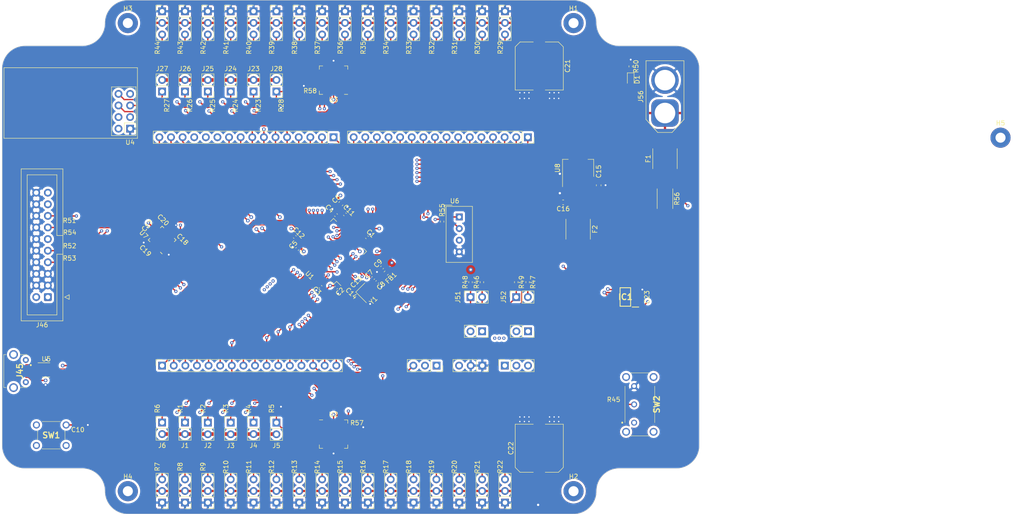
<source format=kicad_pcb>
(kicad_pcb (version 20221018) (generator pcbnew)
  (layers (0 "F.Cu" signal) (1 "In1.Cu" signal) (2 "In2.Cu" signal) (31 "B.Cu" signal "B. GND") (34 "B.Paste" user) (35 "F.Paste" user) (36 "B.SilkS" user "B.Silkscreen") (37 "F.SilkS" user "F.Silkscreen") (38 "B.Mask" user) (39 "F.Mask" user) (44 "Edge.Cuts" user))
  (net 0 "")
  (net 1 "U1A0")
  (net 2 "U1A1")
  (net 3 "U1A2")
  (net 4 "U1A3")
  (net 5 "U1A4")
  (net 6 "U1A5")
  (net 7 "U2A5")
  (net 8 "U2A4")
  (net 9 "U2A3")
  (net 10 "U2A2")
  (net 11 "U2A1")
  (net 12 "U2A0")
  (net 13 "Servo0")
  (net 14 "Servo1")
  (net 15 "Servo2")
  (net 16 "Servo3")
  (net 17 "Servo4")
  (net 18 "Servo5")
  (net 19 "Net-(U1-VCAP_1)")
  (net 20 "Servo6")
  (net 21 "Servo7")
  (net 22 "Servo8")
  (net 23 "Servo9")
  (net 24 "Servo10")
  (net 25 "Servo11")
  (net 26 "Servo12")
  (net 27 "Servo13")
  (net 28 "Net-(U1-VCAP_2)")
  (net 29 "Net-(J46-TMS{slash}SWDIO)")
  (net 30 "Net-(J46-TCK{slash}SWDCLK)")
  (net 32 "Servo14")
  (net 33 "Servo15")
  (net 34 "Servo16")
  (net 35 "Servo17")
  (net 36 "Servo18")
  (net 37 "Servo19")
  (net 38 "Servo20")
  (net 39 "Servo21")
  (net 40 "Net-(J46-TDO{slash}SWO)")
  (net 41 "Servo22")
  (net 42 "Servo23")
  (net 43 "Servo24")
  (net 44 "Servo25")
  (net 45 "Servo26")
  (net 46 "Servo27")
  (net 47 "Servo28")
  (net 48 "Servo29")
  (net 49 "/NO_FUSE_3V3")
  (net 51 "Net-(J46-~{SRST})")
  (net 54 "Servo30")
  (net 55 "Servo31")
  (net 56 "SPI2_MOSI")
  (net 57 "SPI2_MISO")
  (net 58 "+3.3V")
  (net 59 "/USB_ESD_D-")
  (net 60 "/USB_ESD_D+")
  (net 61 "+3.3VA")
  (net 62 "USB_ID")
  (net 63 "USB_D-")
  (net 64 "USB_D+")
  (net 65 "SWDIO")
  (net 66 "SWDCLK")
  (net 67 "UART5_TX")
  (net 68 "UART5_RX")
  (net 69 "/BOOT0")
  (net 70 "SWDO")
  (net 71 "HSE_IN")
  (net 72 "HSE_OUT")
  (net 73 "NRST")
  (net 74 "I2C2_SDA")
  (net 75 "I2C2_SCL")
  (net 76 "Net-(D1-K)")
  (net 77 "Net-(U3-LED0)")
  (net 78 "Net-(U3-LED1)")
  (net 79 "Net-(U3-LED2)")
  (net 80 "Net-(U3-LED3)")
  (net 81 "Net-(U3-LED4)")
  (net 82 "Net-(U3-LED5)")
  (net 83 "Net-(U3-LED6)")
  (net 84 "Net-(U3-LED7)")
  (net 85 "Net-(U3-LED8)")
  (net 86 "Net-(U3-LED9)")
  (net 87 "Net-(U3-LED10)")
  (net 88 "Net-(U3-LED11)")
  (net 89 "Net-(U3-LED12)")
  (net 90 "Net-(U3-LED13)")
  (net 91 "Net-(U3-LED14)")
  (net 92 "Net-(U3-LED15)")
  (net 93 "/SW_BOOT0")
  (net 94 "UART4_TX")
  (net 95 "LTC_ALERT")
  (net 96 "UART4_RX")
  (net 98 "VBUS")
  (net 99 "SPI1_SCK")
  (net 100 "SPI1_MISO")
  (net 101 "SPI1_MOSI")
  (net 102 "NRF_IRQ")
  (net 103 "NRF_CSN")
  (net 104 "NRF_CE")
  (net 105 "DHT11_DA")
  (net 107 "SPI2_SCK")
  (net 108 "IMU_INT")
  (net 109 "Net-(U2-LED0)")
  (net 110 "Net-(U2-LED1)")
  (net 111 "Net-(U2-LED2)")
  (net 112 "Net-(U2-LED3)")
  (net 113 "Net-(U2-LED4)")
  (net 114 "Net-(U2-LED5)")
  (net 115 "Net-(U2-LED6)")
  (net 116 "Net-(U2-LED7)")
  (net 117 "Net-(U2-LED8)")
  (net 118 "Net-(U2-LED9)")
  (net 119 "Net-(U2-LED10)")
  (net 120 "Net-(U2-LED11)")
  (net 121 "Net-(U2-LED12)")
  (net 122 "Net-(U2-LED13)")
  (net 123 "Net-(U2-LED14)")
  (net 124 "Net-(U2-LED15)")
  (net 125 "I2C1_SCL")
  (net 126 "I2C1_SDA")
  (net 127 "GND")
  (net 128 "Net-(SW1-COM_2)")
  (net 129 "Net-(U7-CPOUT)")
  (net 130 "Net-(U2-~{OE})")
  (net 131 "/PA3")
  (net 132 "/PA8")
  (net 133 "/PA9")
  (net 134 "/P1A5")
  (net 135 "/PC0")
  (net 136 "/PC6")
  (net 137 "/PC7")
  (net 138 "/PC8")
  (net 139 "/PC9")
  (net 140 "/PC10")
  (net 141 "/PC11")
  (net 142 "/PC13")
  (net 143 "/PC14")
  (net 144 "/PC15")
  (net 145 "/PB0")
  (net 146 "/PB1")
  (net 147 "/PB2")
  (net 148 "/PB4")
  (net 149 "/PB5")
  (net 150 "/PB7")
  (net 151 "/PB8")
  (net 168 "Net-(IC1-ADR1)")
  (net 169 "Net-(U3-~{OE})")
  (net 170 "POW_MON")
  (net 171 "+7.5V")
  (net 172 "/BAT_POS")
  (net 173 "/PB14")
  (net 174 "/PB15")
  (footprint "Resistor_SMD:R_0201_0603Metric" (layer "F.Cu") (at 72.5 172.18 90)
    (fp_text reference "R10")
    (fp_text value "220")
  )
  (footprint "Connector_PinHeader_2.54mm:PinHeader_1x02_P2.54mm_Vertical" (layer "F.Cu") (at 62.5 162.46)
    (fp_text reference "J1")
    (fp_text value "U1A")
  )
  (footprint "Resistor_SMD:R_0201_0603Metric" (layer "F.Cu") (at 117.5 80.405 -90)
    (fp_text reference "R32")
    (fp_text value "220")
  )
  (footprint "MountingHole:MountingHole_2.2mm_M2_Pad" (layer "F.Cu") (at 147.5 75)
    (fp_text reference "H1")
    (fp_text value "MountingHole")
  )
  (footprint "Resistor_SMD:R_0201_0603Metric" (layer "F.Cu") (at 87.5 80.405 -90)
    (fp_text reference "R38")
    (fp_text value "220")
  )
  (footprint "#Custom Stuff:EG1224" (layer "F.Cu") (at 160.75 162.5 90)
    (fp_text reference "SW2")
    (fp_text value "~" hide)
  )
  (footprint "Resistor_SMD:R_0201_0603Metric" (layer "F.Cu") (at 57.5 159.405 90)
    (fp_text reference "R6")
    (fp_text value "220")
  )
  (footprint "Connector_PinHeader_2.54mm:PinHeader_1x03_P2.54mm_Vertical" (layer "F.Cu") (at 102.5 72.42)
    (fp_text reference "J35" hide)
    (fp_text value "Servo")
  )
  (footprint "Resistor_SMD:R_0201_0603Metric" (layer "F.Cu") (at 82.5 80.405 -90)
    (fp_text reference "R39")
    (fp_text value "220")
  )
  (footprint "Capacitor_SMD:C_0402_1005Metric" (layer "F.Cu") (at 86.528861 121.832162 135)
    (fp_text reference "C12")
    (fp_text value "100n")
  )
  (footprint "Resistor_SMD:R_0201_0603Metric" (layer "F.Cu") (at 127.5 172.155 90)
    (fp_text reference "R21")
    (fp_text value "220")
  )
  (footprint "Capacitor_SMD:C_0402_1005Metric" (layer "F.Cu") (at 95.544473 117.059191 135)
    (fp_text reference "C4")
    (fp_text value "100n")
  )
  (footprint "Resistor_SMD:R_0201_0603Metric" (layer "F.Cu") (at 72.5 80.405 -90)
    (fp_text reference "R41")
    (fp_text value "220")
  )
  (footprint "Resistor_SMD:R_0402_1005Metric" (layer "F.Cu") (at 124.96 131.74 90)
    (fp_text reference "R48")
    (fp_text value "2k2")
  )
  (footprint "Connector_PinHeader_2.54mm:PinHeader_1x02_P2.54mm_Vertical" (layer "F.Cu") (at 82.5 162.5)
    (fp_text reference "J5")
    (fp_text value "U1A")
  )
  (footprint "Inductor_SMD:L_0603_1608Metric" (layer "F.Cu") (at 106.517002 129.746454 45)
    (fp_text reference "FB1")
    (fp_text value "120R")
  )
  (footprint "Resistor_SMD:R_0201_0603Metric" (layer "F.Cu") (at 112.5 80.405 -90)
    (fp_text reference "R33")
    (fp_text value "220")
  )
  (footprint "Capacitor_SMD:C_0402_1005Metric" (layer "F.Cu") (at 92.157431 132.764032 135)
    (fp_text reference "C3")
    (fp_text value "100n")
  )
  (footprint "Capacitor_SMD:C_0402_1005Metric" (layer "F.Cu") (at 97.489016 116.882414 135)
    (fp_text reference "C11")
    (fp_text value "100n")
  )
  (footprint "#Custom Stuff:18259106" (layer "F.Cu") (at 30 163)
    (fp_text reference "SW1")
    (fp_text value "1825910-6" hide)
  )
  (footprint "Resistor_SMD:R_0201_0603Metric" (layer "F.Cu") (at 107.5 172.155 90)
    (fp_text reference "R17")
    (fp_text value "220")
  )
  (footprint "Resistor_SMD:R_0201_0603Metric" (layer "F.Cu") (at 62.5 93.07 -90)
    (fp_text reference "R26")
    (fp_text value "220")
  )
  (footprint "Resistor_SMD:R_0201_0603Metric" (layer "F.Cu") (at 132.5 80.38 -90)
    (fp_text reference "R29")
    (fp_text value "220")
  )
  (footprint "Resistor_SMD:R_0402_1005Metric" (layer "F.Cu") (at 137.46 131.74 -90)
    (fp_text reference "R47")
    (fp_text value "2k2")
  )
  (footprint "Connector_PinHeader_2.54mm:PinHeader_1x03_P2.54mm_Vertical" (layer "F.Cu") (at 87.5 180 180)
    (fp_text reference "J13" hide)
    (fp_text value "Servo")
  )
  (footprint "Connector_PinHeader_2.54mm:PinHeader_1x03_P2.54mm_Vertical" (layer "F.Cu") (at 132.5 180 180)
    (fp_text reference "J22" hide)
    (fp_text value "Servo")
  )
  (footprint "Sensor_Motion:InvenSense_QFN-24_4x4mm_P0.5mm" (layer "F.Cu") (at 57.5 122.5 135)
    (fp_text reference "U7")
    (fp_text value "MPU-6050")
  )
  (footprint "Resistor_SMD:R_0201_0603Metric" (layer "F.Cu") (at 112.5 172.155 90)
    (fp_text reference "R18")
    (fp_text value "220")
  )
  (footprint "Resistor_SMD:R_0201_0603Metric" (layer "F.Cu") (at 122.5 80.405 -90)
    (fp_text reference "R31")
    (fp_text value "220")
  )
  (footprint "Connector_PinHeader_2.54mm:PinHeader_1x03_P2.54mm_Vertical" (layer "F.Cu") (at 77.5 72.42)
    (fp_text reference "J40" hide)
    (fp_text value "Servo")
  )
  (footprint "Capacitor_SMD:C_Elec_10x10.2" (layer "F.Cu") (at 140 84.4 -90)
    (fp_text reference "C21")
    (fp_text value "1000uF")
  )
  (footprint "Resistor_SMD:R_0201_0603Metric" (layer "F.Cu") (at 87.5 172.155 90)
    (fp_text reference "R13")
    (fp_text value "220")
  )
  (footprint "Resistor_SMD:R_0201_0603Metric" (layer "F.Cu") (at 92.5 172.18 90)
    (fp_text reference "R14")
    (fp_text value "220")
  )
  (footprint "Connector_PinSocket_2.54mm:PinSocket_1x16_P2.54mm_Vertical" (layer "F.Cu") (at 137.5 100 -90)
    (fp_text reference "J54" hide)
    (fp_text value "Conn_01x16")
  )
  (footprint "Resistor_SMD:R_0201_0603Metric" (layer "F.Cu") (at 89.88 88.8 180)
    (fp_text reference "R58")
    (fp_text value "220")
  )
  (footprint "MountingHole:MountingHole_2.2mm_M2_Pad" (layer "F.Cu") (at 147.5 177.5)
    (fp_text reference "H2")
    (fp_text value "MountingHole")
  )
  (footprint "Connector_PinSocket_2.54mm:PinSocket_1x02_P2.54mm_Vertical" (layer "F.Cu") (at 134.96 135 90)
    (fp_text reference "J52")
    (fp_text value "Conn_01x02")
  )
  (footprint "Capacitor_SMD:C_0201_0603Metric" (layer "F.Cu") (at 55.187761 120.286756 -135)
    (fp_text reference "C17")
    (fp_text value "10n")
  )
  (footprint "Resistor_SMD:R_0201_0603Metric" (layer "F.Cu") (at 102.5 80.405 -90)
    (fp_text reference "R35")
    (fp_text value "220")
  )
  (footprint "Resistor_SMD:R_0201_0603Metric" (layer "F.Cu") (at 77.5 159.43 90)
    (fp_text reference "R4")
    (fp_text value "220")
  )
  (footprint "Resistor_SMD:R_0201_0603Metric" (layer "F.Cu") (at 97.5 80.38 -90)
    (fp_text reference "R36")
    (fp_text value "220")
  )
  (footprint "Resistor_SMD:R_0201_0603Metric" (layer "F.Cu") (at 37.25 117.25 180)
    (fp_text reference "R51")
    (fp_text value "22")
  )
  (footprint "Resistor_SMD:R_0201_0603Metric" (layer "F.Cu") (at 57.5 80.405 -90)
    (fp_text reference "R44")
    (fp_text value "220")
  )
  (footprint "Connector_PinSocket_2.54mm:PinSocket_1x03_P2.54mm_Vertical" (layer "F.Cu") (at 117.54 150 -90)
    (fp_text reference "J50" hide)
    (fp_text value "Conn_01x03")
  )
  (footprint "Capacitor_SMD:C_Elec_10x10.2" (layer "F.Cu") (at 140 168.1 90)
    (fp_text reference "C22")
    (fp_text value "1000uF")
  )
  (footprint "Connector_PinSocket_2.54mm:PinSocket_1x02_P2.54mm_Vertical" (layer "F.Cu") (at 127.5 142.5 -90)
    (fp_text reference "J48" hide)
    (fp_text value "Conn_01x02")
  )
  (footprint "Connector_PinHeader_2.54mm:PinHeader_1x03_P2.54mm_Vertical" (layer "F.Cu") (at 107.5 180 180)
    (fp_text reference "J17" hide)
    (fp_text value "Servo")
  )
  (footprint "Package_DFN_QFN:QFN-28-1EP_6x6mm_P0.65mm_EP4.25x4.25mm" (layer "F.Cu") (at 95 165)
    (fp_text reference "U2")
    (fp_text value "PCA9685BS")
  )
  (footprint "Resistor_SMD:R_0201_0603Metric" (layer "F.Cu") (at 67.5 93.095 -90)
    (fp_text reference "R25")
    (fp_text value "220")
  )
  (footprint "Connector_PinHeader_2.54mm:PinHeader_1x03_P2.54mm_Vertical" (layer "F.Cu") (at 127.5 180 180)
    (fp_text reference "J21" hide)
    (fp_text value "Servo")
  )
  (footprint "Connector_PinHeader_2.54mm:PinHeader_1x03_P2.54mm_Vertical" (layer "F.Cu") (at 87.5 72.42)
    (fp_text reference "J38" hide)
    (fp_text value "Servo")
  )
  (footprint "MountingHole:MountingHole_2.2mm_M2_Pad" (layer "F.Cu") (at 50 75)
    (fp_text reference "H3")
    (fp_text value "MountingHole")
  )
  (footprint "Resistor_SMD:R_0201_0603Metric" (layer "F.Cu") (at 72.5 159.405 90)
    (fp_text reference "R3")
    (fp_text value "220")
  )
  (footprint "Resistor_SMD:R_0201_0603Metric" (layer "F.Cu") (at 37.28 124.8 180)
    (fp_text reference "R52")
    (fp_text value "22")
  )
  (footprint "Resistor_SMD:R_0201_0603Metric" (layer "F.Cu") (at 77.5 93.095 -90)
    (fp_text reference "R23")
    (fp_text value "220")
  )
  (footprint "Resistor_SMD:R_0201_0603Metric" (layer "F.Cu") (at 127.5 80.405 -90)
    (fp_text reference "R30")
    (fp_text value "220")
  )
  (footprint "Resistor_SMD:R_0201_0603Metric" (layer "F.Cu") (at 122.5 172.155 90)
    (fp_text reference "R20")
    (fp_text value "220")
  )
  (footprint "Connector_PinHeader_2.54mm:PinHeader_1x02_P2.54mm_Vertical" (layer "F.Cu") (at 77.5 162.46)
    (fp_text reference "J4")
    (fp_text value "U1A")
  )
  (footprint "Connector_PinHeader_2.54mm:PinHeader_1x02_P2.54mm_Vertical" (layer "F.Cu") (at 72.5 162.5)
    (fp_text reference "J3")
    (fp_text value "U1A")
  )
  (footprint "Capacitor_SMD:C_0402_1005Metric" (layer "F.Cu") (at 104.560084 131.703372 -135)
    (fp_text reference "C8")
    (fp_text value "1u")
  )
  (footprint "Resistor_SMD:R_0201_0603Metric" (layer "F.Cu") (at 77.5 80.405 -90)
    (fp_text reference "R40")
    (fp_text value "220")
  )
  (footprint "Connector_PinHeader_2.54mm:PinHeader_1x03_P2.54mm_Vertical" (layer "F.Cu") (at 107.5 72.42)
    (fp_text reference "J34" hide)
    (fp_text value "Servo")
  )
  (footprint "Resistor_SMD:R_0402_1005Metric" (layer "F.Cu") (at 160 84.49 -90)
    (fp_text reference "R50")
    (fp_text value "2k2")
  )
  (footprint "Capacitor_SMD:C_0603_1608Metric" (layer "F.Cu") (at 145.225 114.25 180)
    (fp_text reference "C16")
    (fp_text value "22u")
  )
  (footprint "Package_TO_SOT_SMD:SOT-223-3_TabPin2" (layer "F.Cu") (at 148.5 106.75 90)
    (fp_text reference "U8")
    (fp_text value "AMS1117-3.3")
  )
  (footprint "Connector_PinHeader_2.54mm:PinHeader_1x03_P2.54mm_Vertical" (layer "F.Cu") (at 132.5 72.42)
    (fp_text reference "J29" hide)
    (fp_text value "Servo")
  )
  (footprint "Connector_PinHeader_2.54mm:PinHeader_1x03_P2.54mm_Vertical" (layer "F.Cu") (at 97.5 72.42)
    (fp_text reference "J36" hide)
    (fp_text value "Servo")
  )
  (footprint "Resistor_SMD:R_0402_1005Metric" (layer "F.Cu") (at 127.46 131.74 90)
    (fp_text reference "R46")
    (fp_text value "2k2")
  )
  (footprint "Connector_IDC:IDC-Header_2x10_P2.54mm_Vertical" (layer "F.Cu") (at 32.5 135 180)
    (fp_text reference "J46")
    (fp_text value "Conn_ARM_JTAG_SWD_20")
  )
  (footprint "Resistor_SMD:R_0201_0603Metric" (layer "F.Cu") (at 92.5 80.405 -90)
    (fp_text reference "R37")
    (fp_text value "220")
  )
  (footprint "Connector_PinHeader_2.54mm:PinHeader_1x03_P2.54mm_Vertical" (layer "F.Cu") (at 127.5 72.42)
    (fp_text reference "J30" hide)
    (fp_text value "Servo")
  )
  (footprint "Connector_PinHeader_2.54mm:PinHeader_1x02_P2.54mm_Vertical" (layer "F.Cu") (at 57.5 162.46)
    (fp_text reference "J6")
    (fp_text value "U1A")
  )
  (footprint "Connector_PinHeader_2.54mm:PinHeader_1x03_P2.54mm_Vertical" (layer "F.Cu") (at 62.5 72.42)
    (fp_text reference "J43" hide)
    (fp_text value "Servo")
  )
  (footprint "Connector_PinHeader_2.54mm:PinHeader_1x03_P2.54mm_Vertical" (layer "F.Cu") (at 72.5 180 180)
    (fp_text reference "J10" hide)
    (fp_text value "Servo")
  )
  (footprint "Connector_PinHeader_2.54mm:PinHeader_1x03_P2.54mm_Vertical" (layer "F.Cu") (at 117.5 180 180)
    (fp_text reference "J19" hide)
    (fp_text value "Servo")
  )
  (footprint "Capacitor_SMD:C_0201_0603Metric" (layer "F.Cu") (at 59.235947 119.639754 -45)
    (fp_text reference "C20")
    (fp_text value "100n")
  )
  (footprint "RF_Module:nRF24L01_Breakout" (layer "F.Cu") (at 50.5 98.125 180)
    (fp_text reference "U4")
    (fp_text value "NRF24L01_Breakout")
  )
  (footprint "Connector_PinHeader_2.54mm:PinHeader_1x02_P2.54mm_Vertical" (layer "F.Cu") (at 77.5 90 180)
    (fp_text reference "J23")
    (fp_text value "U1A")
  )
  (footprint "Connector_PinHeader_2.54mm:PinHeader_1x02_P2.54mm_Vertical" (layer "F.Cu") (at 67.5 90 180)
    (fp_text reference "J25")
    (fp_text value "U1A")
  )
  (footprint "Resistor_SMD:R_0201_0603Metric" (layer "F.Cu") (at 100.12 163.6)
    (fp_text reference "R57")
    (fp_text value "220")
  )
  (footprint "Resistor_SMD:R_0201_0603Metric" (layer "F.Cu") (at 57.5 93.07 -90)
    (fp_text reference "R27")
    (fp_text value "220")
  )
  (footprint "Connector_PinHeader_2.54mm:PinHeader_1x03_P2.54mm_Vertical" (layer "F.Cu") (at 97.5 180 180)
    (fp_text reference "J15" hide)
    (fp_text value "Servo")
  )
  (footprint "Connector_PinHeader_2.54mm:PinHeader_1x02_P2.54mm_Vertical" (layer "F.Cu") (at 62.5 90 180)
    (fp_text reference "J26")
    (fp_text value "U1A")
  )
  (footprint "Connector_PinHeader_2.54mm:PinHeader_1x03_P2.54mm_Vertical" (layer "F.Cu") (at 57.5 180 180)
    (fp_text reference "J7" hide)
    (fp_text value "Servo")
  )
  (footprint "Capacitor_SMD:C_0201_0603Metric" (layer "F.Cu") (at 162.508234 135.007767 -90)
    (fp_text reference "C23")
    (fp_text value "0.1uF")
  )
  (footprint "Resistor_SMD:R_0201_0603Metric" (layer "F.Cu") (at 67.5 172.155 90)
    (fp_text reference "R9")
    (fp_text value "220")
  )
  (footprint "Capacitor_SMD:C_0402_1005Metric" (layer "F.Cu") (at 102.314285 121.900071 -45)
    (fp_text reference "C1")
    (fp_text value "100n")
  )
  (footprint "Resistor_SMD:R_0201_0603Metric" (layer "F.Cu") (at 82.5 172.155 90)
    (fp_text reference "R12")
    (fp_text value "220")
  )
  (footprint "Connector_PinSocket_2.54mm:PinSocket_1x02_P2.54mm_Vertical" (layer "F.Cu") (at 137.54 142.5 -90)
    (fp_text reference "J47" hide)
    (fp_text value "Conn_01x02")
  )
  (footprint "Connector_PinHeader_2.54mm:PinHeader_1x03_P2.54mm_Vertical" (layer "F.Cu") (at 82.5 180 180)
    (fp_text reference "J12" hide)
    (fp_text value "Servo")
  )
  (footprint "Fuse:Fuse_2920_7451Metric" (layer "F.Cu") (at 167.5 104.7 90)
    (fp_text reference "F1")
    (fp_text value "TLC-LSMD300")
  )
  (footprint "Resistor_SMD:R_0201_0603Metric" (layer "F.Cu") (at 77.5 172.155 90)
    (fp_text reference "R11")
    (fp_text value "220")
  )
  (footprint "Connector_AMASS:AMASS_XT60-M_1x02_P7.20mm_Vertical" (layer "F.Cu") (at 167.5 94.7 90)
    (fp_text reference "J56")
    (fp_text value "Conn_01x02")
  )
  (footprint "Connector_PinHeader_2.54mm:PinHeader_1x03_P2.54mm_Vertical" (layer "F.Cu") (at 67.5 180 180)
    (fp_text reference "J9" hide)
    (fp_text value "Servo")
  )
  (footprint "Connector_PinHeader_2.54mm:PinHeader_1x02_P2.54mm_Vertical" (layer "F.Cu") (at 72.5 90 180)
    (fp_text reference "J24")
    (fp_text value "U1A")
  )
  (footprint "#Custom Stuff:SOP65P490X110-12N" (layer "F.Cu") (at 158.833233 134.977767 180)
    (fp_text reference "IC1")
    (fp_text value "LTC2945CMS#PBF" hide)
  )
  (footprint "Connector_PinHeader_2.54mm:PinHeader_1x03_P2.54mm_Vertical" (layer "F.Cu") (at 122.5 72.42)
    (fp_text reference "J31" hide)
    (fp_text value "Servo")
  )
  (footprint "Capacitor_SMD:C_0603_1608Metric" (layer "F.Cu") (at 153 110.525 -90)
    (fp_text reference "C15")
    (fp_text value "22u")
  )
  (footprint "Capacitor_SMD:C_0201_0603Metric" (layer "F.Cu") (at 60.41328 120.817086 135)
    (fp_text reference "C18")
    (fp_text value "100n")
  )
  (footprint "Resistor_SMD:R_0201_0603Metric" (layer "F.Cu") (at 57.5 172.155 90)
    (fp_text reference "R7")
    (fp_text value "220")
  )
  (footprint "Capacitor_SMD:C_0402_1005Metric" (layer "F.Cu") (at 95.544473 132.940809 -135)
    (fp_text reference "C2")
    (fp_text value "100n")
  )
  (footprint "Crystal:Crystal_SMD_2520-4Pin_2.5x2.0mm" (layer "F.Cu") (at 102.007429 134.079251 -45)
    (fp_text reference "Y1")
    (fp_text value "16Mhz")
  )
  (footprint "Capacitor_SMD:C_0201_0603Metric" (layer "F.Cu") (at 99.90025 133.181225 45)
    (fp_text reference "C14")
    (fp_text value "10p")
  )
  (footprint "Connector_PinHeader_2.54mm:PinHeader_1x03_P2.54mm_Vertical" (layer "F.Cu") (at 117.5 72.42)
    (fp_text reference "J32" hide)
    (fp_text value "Servo")
  )
  (footprint "Resistor_SMD:R_0201_0603Metric" (layer "F.Cu") (at 156.27 158.505)
    (fp_text reference "R45")
    (fp_text value "10K")
  )
  (footprint "Connector_PinSocket_2.54mm:PinSocket_1x02_P2.54mm_Vertical" (layer "F.Cu") (at 124.96 135 90)
    (fp_text reference "J51")
    (fp_text value "Conn_01x02")
  )
  (footprint "Connector_PinHeader_2.54mm:PinHeader_1x03_P2.54mm_Vertical" (layer "F.Cu") (at 122.5 180 180)
    (fp_text reference "J20" hide)
    (fp_text value "Servo")
  )
  (footprint "Resistor_SMD:R_0201_0603Metric" (layer "F.Cu") (at 67.5 80.405 -90)
    (fp_text reference "R42")
    (fp_text value "220")
  )
  (footprint "Connector_PinHeader_2.54mm:PinHeader_1x02_P2.54mm_Vertical" (layer "F.Cu") (at 67.5 162.5)
    (fp_text reference "J2")
    (fp_text value "U1A")
  )
  (footprint "Connector_PinHeader_2.54mm:PinHeader_1x03_P2.54mm_Vertical" (layer "F.Cu") (at 112.5 72.42)
    (fp_text reference "J33" hide)
    (fp_text value "Servo")
  )
  (footprint "Connector_PinHeader_2.54mm:PinHeader_1x03_P2.54mm_Vertical" (layer "F.Cu") (at 92.5 180 180)
    (fp_text reference "J14" hide)
    (fp_text value "Servo")
  )
  (footprint "MountingHole:MountingHole_2.2mm_M2_Pad" (layer "F.Cu") (at 240.9 100.1)
    (fp_text reference "H5")
    (fp_text value "MountingHole")
  )
  (footprint "Connector_PinHeader_2.54mm:PinHeader_1x03_P2.54mm_Vertical" (layer "F.Cu") (at 112.5 180 180)
    (fp_text reference "J18" hide)
    (fp_text value "Servo")
  )
  (footprint "MountingHole:MountingHole_2.2mm_M2_Pad" (layer "F.Cu") (at 50 177.5)
    (fp_text reference "H4")
    (fp_text value "MountingHole")
  )
  (footprint "Resistor_SMD:R_0402_1005Metric" (layer "F.Cu") (at 118.75 118.47 -90)
    (fp_text reference "R55")
    (fp_text value "5k")
  )
  (footprint "Connector_PinHeader_2.54mm:PinHeader_1x03_P2.54mm_Vertical" (layer "F.Cu") (at 67.5 72.42)
    (fp_text reference "J42" hide)
    (fp_text value "Servo")
  )
  (footprint "Capacitor_SMD:C_0402_1005Metric" (layer "F.Cu") (at 103.662058 130.833631 -135)
    (fp_text reference "C7")
    (fp_text value "10n")
  )
  (footprint "Resistor_SMD:R_0201_0603Metric" (layer "F.Cu") (at 62.5 80.405 -90)
    (fp_text reference "R43")
    (fp_text value "220")
  )
  (footprint "Connector_PinHeader_2.54mm:PinHeader_1x02_P2.54mm_Vertical" (layer "F.Cu") (at 57.5 90 180)
    (fp_text reference "J27")
    (fp_text value "U1A")
  )
  (footprint "Resistor_SMD:R_0201_0603Metric" (layer "F.Cu") (at 97.5 172.155 90)
    (fp_text reference "R15")
    (fp_text value "220")
  )
  (footprint "Capacitor_SMD:C_0402_1005Metric" (layer "F.Cu") (at 87.059191 124.455528 -135)
    (fp_text reference "C5")
    (fp_text value "100n")
  )
  (footprint "Capacitor_SMD:C_0603_1608Metric" (layer "F.Cu") (at 96.608668 114.552497 45)
    (fp_text reference "C6")
    (fp_text value "10u")
  )
  (footprint "Connector_PinSocket_2.54mm:PinSocket_1x03_P2.54mm_Vertical" (layer "F.Cu") (at 127.54 150 -90)
    (fp_text reference "J57" hide)
    (fp_text value "Conn_01x03")
  )
  (footprint "Sensor:Aosong_DHT11_5.5x12.0_P2.54mm" (layer "F.Cu") (at 122.5 117.46)
    (fp_text reference "U6")
    (fp_text value "DHT11")
  )
  (footprint "Resistor_SMD:R_2512_6332Metric" (layer "F.Cu") (at 167.5 113.4625 -90)
    (fp_text reference "R56")
    (fp_text value "0.02")
  )
  (footprint "Capacitor_SMD:C_0402_1005Metric" (layer "F.Cu") (at 105.620744 128.521392 -135)
    (fp_text reference "C9")
    (fp_text value "1u")
  )
  (footprint "Resistor_SMD:R_0201_0603Metric" (layer "F.Cu") (at 37.305001 127.4 180)
    (fp_text reference "R53")
    (fp_text value "22")
  )
  (footprint "Resistor_SMD:R_0201_0603Metric" (layer "F.Cu") (at 82.5 93.07 -90)
    (fp_text reference "R28")
    (fp_text value "220")
  )
  (footprint "Resistor_SMD:R_0201_0603Metric" (layer "F.Cu") (at 107.5 80.405 -90)
    (fp_text reference "R34")
    (fp_text value "220")
  )
  (footprint "Capacitor_SMD:C_0201_0603Metric" (layer "F.Cu") (at 54.480654 124.076849 -45)
    (fp_text reference "C19")
    (fp_text value "2n2")
  )
  (footprint "Resistor_SMD:R_0402_1005Metric" (layer "F.Cu") (at 134.96 131.74 -90)
    (fp_text reference "R49")
    (fp_text value "2k2")
  )
  (footprint "LED_SMD:LED_0603_1608Metric" (layer "F.Cu") (at 160 87.387498 -90)
    (fp_text reference "D1")
    (fp_text value "RED")
  )
  (footprint "Connector_PinHeader_2.54mm:PinHeader_1x03_P2.54mm_Vertical" (layer "F.Cu") (at 57.5 72.42)
    (fp_text reference "J44" hide)
    (fp_text value "Servo")
  )
  (footprint "Resistor_SMD:R_0201_0603Metric" (layer "F.Cu") (at 72.5 93.095 -90)
    (fp_text reference "R24")
    (fp_text value "220")
  )
  (footprint "Package_QFP:LQFP-64_10x10mm_P0.5mm" (layer "F.Cu") (at 95 125 135)
    (fp_text reference "U1")
    (fp_text value "STM32F405RGT6")
  )
  (footprint "Resistor_SMD:R_0201_0603Metric" (layer "F.Cu") (at 37.305 119.8 180)
    (fp_text reference "R54")
    (fp_text value "22")
  )
  (footprint "Resistor_SMD:R_0201_0603Metric" (layer "F.Cu") (at 117.5 172.155 90)
    (fp_text reference "R19")
    (fp_text value "220")
  )
  (footprint "Connector_PinSocket_2.54mm:PinSocket_1x03_P2.54mm_Vertical" (layer "F.Cu") (at 132.46 150 90)
    (fp_text reference "J49" hide)
    (fp_text value "Conn_01x03")
  )
  (footprint "Connector_PinHeader_2.54mm:PinHeader_1x03_P2.54mm_Vertical" (layer "F.Cu") (at 72.5 72.42)
    (fp_text reference "J41" hide)
    (fp_text value "Servo")
  )
  (footprint "Resistor_SMD:R_0201_0603Metric" (layer "F.Cu") (at 62.5 172.155 90)
    (fp_text reference "R8")
    (fp_text value "220")
  )
  (footprint "Connector_PinSocket_2.54mm:PinSocket_1x16_P2.54mm_Vertical" (layer "F.Cu") (at 57.5 150 90)
    (fp_text reference "J55" hide)
    (fp_text value "Conn_01x16")
  )
  (footprint "Capacitor_SMD:C_0201_0603Metric" (layer "F.Cu") (at 101.12001 131.961466 -135)
    (fp_text reference "C13")
    (fp_text value "10p")
  )
  (footprint "Connector_PinHeader_2.54mm:PinHeader_1x03_P2.54mm_Vertical" (layer "F.Cu") (at 62.5 180 180)
    (fp_text reference "J8" hide)
    (fp_text value "Servo")
  )
  (footprint "Connector_PinHeader_2.54mm:PinHeader_1x03_P2.54mm_Vertical" (layer "F.Cu") (at 77.5 180 180)
    (fp_text reference "J11" hide)
    (fp_text value "Servo")
  )
  (footprint "Package_DFN_QFN:QFN-28-1EP_6x6mm_P0.65mm_EP4.25x4.25mm" (layer "F.Cu") (at 95 87.5 180)
    (fp_text reference "U3")
    (fp_text value "PCA9685BS")
  )
  (footprint "Connector_PinHeader_2.54mm:PinHeader_1x03_P2.54mm_Vertical" (layer "F.Cu") (at 82.5 72.42)
    (fp_text reference "J39" hide)
    (fp_text value "Servo")
  )
  (footprint "Package_TO_SOT_SMD:SOT-23-6" (layer "F.Cu") (at 32.1375 150.95)
    (fp_text reference "U5")
    (fp_text value "USBLC6-2SC6")
  )
  (footprint "Connector_PinSocket_2.54mm:PinSocket_1x16_P2.54mm_Vertical" (layer "F.Cu") (at 95 100 -90)
    (fp_text reference "J53" hide)
    (fp_text value "Conn_01x16")
  )
  (footprint "Resistor_SMD:R_0201_0603Metric" (layer "F.Cu") (at 67.5 159.405 90)
    (fp_text reference "R2")
    (fp_text value "220")
  )
  (footprint "Resistor_SMD:R_0201_0603Metric" (layer "F.Cu") (at 62.5 159.405 90)
    (fp_text reference "R1")
    (fp_text value "220")
  )
  (footprint "Capacitor_SMD:C_0201_0603Metric" (layer "F.Cu") (at 39.06 163.005 180)
    (fp_text reference "C10")
    (fp_text value "100n")
  )
  (footprint "Resistor_SMD:R_0201_0603Metric" (layer "F.Cu") (at 132.5 172.155 90)
    (fp_text reference "R22")
    (fp_text value "220")
  )
  (footprint "#Custom Stuff:MICROXNJ" (layer "F.Cu") (at 25 151.2 90)
    (fp_text reference "J45")
    (fp_text value "USB_B_Micro" hide)
  )
  (footprint "Resistor_SMD:R_0201_0603Metric" (layer "F.Cu") (at 82.5 159.405 90)
    (fp_text reference "R5")
    (fp_text value "220")
  )
  (footprint "Fuse:Fuse_2920_7451Metric" (layer "F.Cu") (at 148.5 120.1375 -90)
    (fp_text reference "F2")
    (fp_text value "TLC_LSMD050")
  )
  (footprint "Connector_PinHeader_2.54mm:PinHeader_1x03_P2.54mm_Vertical" (layer "F.Cu") (at 92.5 72.42)
    (fp_text reference "J37" hide)
    (fp_text value "Servo")
  )
  (footprint "Connector_PinHeader_2.54mm:PinHeader_1x03_P2.54mm_Vertical" (layer "F.Cu") (at 102.5 180 180)
    (fp_text reference "J16" hide)
    (fp_text value "Servo")
  )
  (footprint "Resistor_SMD:R_0201_0603Metric" (layer "F.Cu") (at 102.5 172.155 90)
    (fp_text reference "R16")
    (fp_text value "220")
  )
  (footprint "Connector_PinHeader_2.54mm:PinHeader_1x02_P2.54mm_Vertical" (layer "F.Cu") (at 82.5 90 180)
    (fp_text reference "J28")
    (fp_text value "U1A")
  )
  (gr_arc (start 147.5 70) (mid 151.035534 71.464466) (end 152.5 75) (stroke (width 0.1)) (layer "Edge.Cuts"))
  (gr_line (start 40 80) (end 27.5 80) (stroke (width 0.1)) (layer "Edge.Cuts"))
  (gr_line (start 157.5 172.5) (end 170 172.5) (stroke (width 0.1)) (layer "Edge.Cuts"))
  (gr_line (start 157.5 80) (end 170 80) (stroke (width 0.1)) (layer "Edge.Cuts"))
  (gr_arc (start 40 172.5) (mid 43.535534 173.964466) (end 45 177.5) (stroke (width 0.1)) (layer "Edge.Cuts"))
  (gr_line (start 147.5 70) (end 50 70) (stroke (width 0.1)) (layer "Edge.Cuts"))
  (gr_arc (start 50 182.5) (mid 46.464466 181.035534) (end 45 177.5) (stroke (width 0.1)) (layer "Edge.Cuts"))
  (gr_arc (start 22.5 85) (mid 23.964466 81.464466) (end 27.5 80) (stroke (width 0.1)) (layer "Edge.Cuts"))
  (gr_line (start 40 172.5) (end 27.5 172.5) (stroke (width 0.1)) (layer "Edge.Cuts"))
  (gr_arc (start 175 167.5) (mid 173.535534 171.035534) (end 170 172.5) (stroke (width 0.1)) (layer "Edge.Cuts"))
  (gr_line (start 22.5 167.5) (end 22.5 85) (stroke (width 0.1)) (layer "Edge.Cuts"))
  (gr_arc (start 170 80) (mid 173.535534 81.464466) (end 175 85) (stroke (width 0.1)) (layer "Edge.Cuts"))
  (gr_arc (start 152.5 177.5) (mid 151.035534 181.035534) (end 147.5 182.5) (stroke (width 0.1)) (layer "Edge.Cuts"))
  (gr_line (start 147.5 182.5) (end 50 182.5) (stroke (width 0.1)) (layer "Edge.Cuts"))
  (gr_arc (start 45 75) (mid 46.464466 71.464466) (end 50 70) (stroke (width 0.1)) (layer "Edge.Cuts"))
  (gr_line (start 175 167.5) (end 175 85) (stroke (width 0.1)) (layer "Edge.Cuts"))
  (gr_arc (start 27.5 172.5) (mid 23.964466 171.035534) (end 22.5 167.5) (stroke (width 0.1)) (layer "Edge.Cuts"))
  (gr_arc (start 45 75) (mid 43.535534 78.535534) (end 40 80) (stroke (width 0.1)) (layer "Edge.Cuts"))
  (gr_arc (start 152.5 177.5) (mid 153.964466 173.964466) (end 157.5 172.5) (stroke (width 0.1)) (layer "Edge.Cuts"))
  (gr_arc (start 157.5 80) (mid 153.964466 78.535534) (end 152.5 75) (stroke (width 0.1)) (layer "Edge.Cuts"))
  (segment (start 62.5 162.46) (end 62.5 159.725) (width 0.3) (layer "F.Cu") (net 1))
  (segment (start 62.5 159.725) (end 61.275 159.725) (width 0.3) (layer "F.Cu") (net 1))
  (segment (start 89.258147 156.55) (end 64.45 156.55) (width 0.3) (layer "F.Cu") (net 1))
  (segment (start 94.35 162.1625) (end 94.35 161.641853) (width 0.3) (layer "F.Cu") (net 1))
  (segment (start 61.275 159.725) (end 60.75 160.25) (width 0.3) (layer "F.Cu") (net 1))
  (segment (start 94.35 161.641853) (end 89.258147 156.55) (width 0.3) (layer "F.Cu") (net 1))
  (segment (start 64.45 156.55) (end 62.75 158.25) (width 0.3) (layer "F.Cu") (net 1))
  (via (at 62.75 158.25) (size 0.7) (drill 0.3) (layers "F.Cu" "B.Cu") (net 1))
  (via (at 60.75 160.25) (size 0.7) (drill 0.3) (layers "F.Cu" "B.Cu") (net 1))
  (segment (start 68.95 157.05) (end 89.051041 157.05) (width 0.3) (layer "F.Cu") (net 2))
  (segment (start 93.7 161.698959) (end 93.7 162.1625) (width 0.3) (layer "F.Cu") (net 2))
  (segment (start 67.5 162.5) (end 67.5 159.725) (width 0.3) (layer "F.Cu") (net 2))
  (segment (start 67.75 158.25) (end 68.95 157.05) (width 0.3) (layer "F.Cu") (net 2))
  (segment (start 89.051041 157.05) (end 93.7 161.698959) (width 0.3) (layer "F.Cu") (net 2))
  (segment (start 67.5 159.725) (end 66.275 159.725) (width 0.3) (layer "F.Cu") (net 2))
  (segment (start 66.275 159.725) (end 65.75 160.25) (width 0.3) (layer "F.Cu") (net 2))
  (via (at 67.75 158.25) (size 0.7) (drill 0.3) (layers "F.Cu" "B.Cu") (net 2))
  (via (at 65.75 160.25) (size 0.7) (drill 0.3) (layers "F.Cu" "B.Cu") (net 2))
  (segment (start 72.5 162.5) (end 72.5 159.725) (width 0.3) (layer "F.Cu") (net 3))
  (segment (start 88.4375 157.55) (end 73.45 157.55) (width 0.3) (layer "F.Cu") (net 3))
  (segment (start 71.275 159.725) (end 70.75 160.25) (width 0.3) (layer "F.Cu") (net 3))
  (segment (start 73.45 157.55) (end 72.75 158.25) (width 0.3) (layer "F.Cu") (net 3))
  (segment (start 72.5 159.725) (end 71.275 159.725) (width 0.3) (layer "F.Cu") (net 3))
  (segment (start 93.05 162.1625) (end 88.4375 157.55) (width 0.3) (layer "F.Cu") (net 3))
  (via (at 70.75 160.25) (size 0.7) (drill 0.3) (layers "F.Cu" "B.Cu") (net 3))
  (via (at 72.75 158.25) (size 0.7) (drill 0.3) (layers "F.Cu" "B.Cu") (net 3))
  (segment (start 77.95 158.05) (end 77.75 158.25) (width 0.3) (layer "F.Cu") (net 4))
  (segment (start 76.25 159.75) (end 75.75 160.25) (width 0.3) (layer "F.Cu") (net 4))
  (segment (start 92.1625 163.05) (end 92.1625 161.982106) (width 0.3) (layer "F.Cu") (net 4))
  (segment (start 92.1625 161.982106) (end 88.230394 158.05) (width 0.3) (layer "F.Cu") (net 4))
  (segment (start 77.5 159.75) (end 76.25 159.75) (width 0.3) (layer "F.Cu") (net 4))
  (segment (start 77.5 162.46) (end 77.5 159.75) (width 0.3) (layer "F.Cu") (net 4))
  (segment (start 88.230394 158.05) (end 77.95 158.05) (width 0.3) (layer "F.Cu") (net 4))
  (via (at 75.75 160.25) (size 0.7) (drill 0.3) (layers "F.Cu" "B.Cu") (net 4))
  (via (at 77.75 158.25) (size 0.7) (drill 0.3) (layers "F.Cu" "B.Cu") (net 4))
  (segment (start 82.5 162.5) (end 82.5 159.725) (width 0.3) (layer "F.Cu") (net 5))
  (segment (start 92.1625 163.7) (end 83.7 163.7) (width 0.3) (layer "F.Cu") (net 5))
  (segment (start 83.7 163.7) (end 82.5 162.5) (width 0.3) (layer "F.Cu") (net 5))
  (segment (start 57.5 159.725) (end 57.273604 159.725) (width 0.3) (layer "F.Cu") (net 6))
  (segment (start 56.95 159.401396) (end 56.95 158.768604) (width 0.3) (layer "F.Cu") (net 6))
  (segment (start 57.5 162.46) (end 57.5 159.725) (width 0.3) (layer "F.Cu") (net 6))
  (segment (start 57.273604 159.725) (end 56.95 159.401396) (width 0.3) (layer "F.Cu") (net 6))
  (segment (start 97.8375 163.05) (end 98.25 162.6375) (width 0.3) (layer "F.Cu") (net 6))
  (segment (start 56.95 158.768604) (end 59.668604 156.05) (width 0.3) (layer "F.Cu") (net 6))
  (segment (start 65 156.05) (end 89.8 156.05) (width 0.3) (layer "F.Cu") (net 6))
  (segment (start 98.25 162.6375) (end 98.25 159.9505) (width 0.3) (layer "F.Cu") (net 6))
  (segment (start 59.668604 156.05) (end 65 156.05) (width 0.3) (layer "F.Cu") (net 6))
  (segment (start 89.8 156.05) (end 90.25 156.5) (width 0.3) (layer "F.Cu") (net 6))
  (via (at 90.25 156.5) (size 0.7) (drill 0.3) (layers "F.Cu" "B.Cu") (net 6))
  (via (at 98.25 159.9505) (size 0.7) (drill 0.3) (layers "F.Cu" "B.Cu") (net 6))
  (segment (start 92.1625 89.45) (end 91.6125 90) (width 0.3) (layer "F.Cu") (net 7))
  (segment (start 82.5 92.75) (end 82.5 90) (width 0.3) (layer "F.Cu") (net 7))
  (segment (start 91.6125 90) (end 82.5 90) (width 0.3) (layer "F.Cu") (net 7))
  (segment (start 58.75 96.5) (end 56.5 94.25) (width 0.3) (layer "F.Cu") (net 8))
  (segment (start 56.5 93.25) (end 57 92.75) (width 0.3) (layer "F.Cu") (net 8))
  (segment (start 57.5 92.75) (end 57.5 90) (width 0.3) (layer "F.Cu") (net 8))
  (segment (start 94.139086 96.5) (end 58.75 96.5) (width 0.3) (layer "F.Cu") (net 8))
  (segment (start 97.8375 88.8) (end 98.301041 88.8) (width 0.3) (layer "F.Cu") (net 8))
  (segment (start 98.75 89.248959) (end 98.75 91.889087) (width 0.3) (layer "F.Cu") (net 8))
  (segment (start 56.5 94.25) (end 56.5 93.25) (width 0.3) (layer "F.Cu") (net 8))
  (segment (start 98.75 91.889087) (end 94.139086 96.5) (width 0.3) (layer "F.Cu") (net 8))
  (segment (start 98.301041 88.8) (end 98.75 89.248959) (width 0.3) (layer "F.Cu") (net 8))
  (segment (start 57 92.75) (end 57.5 92.75) (width 0.3) (layer "F.Cu") (net 8))
  (segment (start 62.5 90) (end 62.5 92.75) (width 0.3) (layer "F.Cu") (net 9))
  (segment (start 62.626816 94.168947) (end 64.457869 96) (width 0.3) (layer "F.Cu") (net 9))
  (segment (start 93.93198 96) (end 97.8375 92.09448) (width 0.3) (layer "F.Cu") (net 9))
  (segment (start 61.25 92.75) (end 60.75 92.25) (width 0.3) (layer "F.Cu") (net 9))
  (segment (start 62.5 92.75) (end 61.25 92.75) (width 0.3) (layer "F.Cu") (net 9))
  (segment (start 64.457869 96) (end 93.93198 96) (width 0.3) (layer "F.Cu") (net 9))
  (segment (start 97.8375 92.09448) (end 97.8375 89.45) (width 0.3) (layer "F.Cu") (net 9))
  (via (at 60.75 92.25) (size 0.7) (drill 0.3) (layers "F.Cu" "B.Cu") (net 9))
  (via (at 62.626816 94.168947) (size 0.7) (drill 0.3) (layers "F.Cu" "B.Cu") (net 9))
  (segment (start 67.5 92.775) (end 66.275 92.775) (width 0.3) (layer "F.Cu") (net 10))
  (segment (start 69 95.5) (end 93.724873 95.5) (width 0.3) (layer "F.Cu") (net 10))
  (segment (start 93.724873 95.5) (end 96.95 92.274873) (width 0.3) (layer "F.Cu") (net 10))
  (segment (start 67.75 94.25) (end 69 95.5) (width 0.3) (layer "F.Cu") (net 10))
  (segment (start 67.5 92.775) (end 67.5 90) (width 0.3) (layer "F.Cu") (net 10))
  (segment (start 66.275 92.775) (end 65.75 92.25) (width 0.3) (layer "F.Cu") (net 10))
  (segment (start 96.95 92.274873) (end 96.95 90.3375) (width 0.3) (layer "F.Cu") (net 10))
  (via (at 65.75 92.25) (size 0.7) (drill 0.3) (layers "F.Cu" "B.Cu") (net 10))
  (via (at 67.75 94.25) (size 0.7) (drill 0.3) (layers "F.Cu" "B.Cu") (net 10))
  (segment (start 96.3 92.217767) (end 96.3 90.3375) (width 0.3) (layer "F.Cu") (net 11))
  (segment (start 72.75 94.25) (end 73.5 95) (width 0.3) (layer "F.Cu") (net 11))
  (segment (start 93.517767 95) (end 96.3 92.217767) (width 0.3) (layer "F.Cu") (net 11))
  (segment (start 72.5 92.775) (end 71.275 92.775) (width 0.3) (layer "F.Cu") (net 11))
  (segment (start 73.5 95) (end 93.517767 95) (width 0.3) (layer "F.Cu") (net 11))
  (segment (start 71.275 92.775) (end 70.75 92.25) (width 0.3) (layer "F.Cu") (net 11))
  (segment (start 72.5 90) (end 72.5 92.775) (width 0.3) (layer "F.Cu") (net 11))
  (via (at 70.75 92.25) (size 0.7) (drill 0.3) (layers "F.Cu" "B.Cu") (net 11))
  (via (at 72.75 94.25) (size 0.7) (drill 0.3) (layers "F.Cu" "B.Cu") (net 11))
  (segment (start 95.75 90.4375) (end 95.65 90.3375) (width 0.3) (layer "F.Cu") (net 12))
  (segment (start 93.310661 94.5) (end 95.75 92.060661) (width 0.3) (layer "F.Cu") (net 12))
  (segment (start 76.275 92.775) (end 75.75 92.25) (width 0.3) (layer "F.Cu") (net 12))
  (segment (start 95.75 92.060661) (end 95.75 90.4375) (width 0.3) (layer "F.Cu") (net 12))
  (segment (start 77.934072 94.5) (end 93.310661 94.5) (width 0.3) (layer "F.Cu") (net 12))
  (segment (start 77.5 92.775) (end 76.275 92.775) (width 0.3) (layer "F.Cu") (net 12))
  (segment (start 77.62797 94.193898) (end 77.934072 94.5) (width 0.3) (layer "F.Cu") (net 12))
  (segment (start 77.5 92.775) (end 77.5 90) (width 0.3) (layer "F.Cu") (net 12))
  (via (at 75.75 92.25) (size 0.7) (drill 0.3) (layers "F.Cu" "B.Cu") (net 12))
  (via (at 77.62797 94.193898) (size 0.7) (drill 0.3) (layers "F.Cu" "B.Cu") (net 12))
  (segment (start 57.5 174.92) (end 57.5 172.475) (width 0.3) (layer "F.Cu") (net 13))
  (segment (start 62.5 174.92) (end 62.5 172.475) (width 0.3) (layer "F.Cu") (net 14))
  (segment (start 67.5 174.92) (end 67.5 172.475) (width 0.3) (layer "F.Cu") (net 15))
  (segment (start 72.5 174.92) (end 72.5 172.5) (width 0.3) (layer "F.Cu") (net 16))
  (segment (start 77.5 174.92) (end 77.5 172.475) (width 0.3) (layer "F.Cu") (net 17))
  (segment (start 82.5 174.92) (end 82.5 172.475) (width 0.3) (layer "F.Cu") (net 18))
  (segment (start 96.714734 118.689072) (end 97.828427 117.575379) (width 0.3) (layer "F.Cu") (net 19))
  (segment (start 97.828427 117.575379) (end 97.828427 117.221825) (width 0.3) (layer "F.Cu") (net 19))
  (segment (start 87.5 174.92) (end 87.5 172.475) (width 0.3) (layer "F.Cu") (net 20))
  (segment (start 92.5 174.92) (end 92.5 172.5) (width 0.3) (layer "F.Cu") (net 21))
  (segment (start 97.5 174.92) (end 97.5 172.475) (width 0.3) (layer "F.Cu") (net 22))
  (segment (start 102.5 174.92) (end 102.5 172.475) (width 0.3) (layer "F.Cu") (net 23))
  (segment (start 107.5 174.92) (end 107.5 172.475) (width 0.3) (layer "F.Cu") (net 24))
  (segment (start 112.5 174.92) (end 112.5 172.475) (width 0.3) (layer "F.Cu") (net 25))
  (segment (start 117.5 174.92) (end 117.5 172.475) (width 0.3) (layer "F.Cu") (net 26))
  (segment (start 122.5 174.92) (end 122.5 172.475) (width 0.3) (layer "F.Cu") (net 27))
  (segment (start 86.868272 122.171573) (end 87.575379 122.171573) (width 0.3) (layer "F.Cu") (net 28))
  (segment (start 87.575379 122.171573) (end 88.689072 123.285266) (width 0.3) (layer "F.Cu") (net 28))
  (segment (start 32.5 127.38) (end 36.965001 127.38) (width 0.3) (layer "F.Cu") (net 29))
  (segment (start 36.965001 127.38) (end 36.985001 127.4) (width 0.3) (layer "F.Cu") (net 29))
  (segment (start 36.96 124.8) (end 36.92 124.84) (width 0.3) (layer "F.Cu") (net 30))
  (segment (start 36.92 124.84) (end 32.5 124.84) (width 0.3) (layer "F.Cu") (net 30))
  (segment (start 127.5 174.92) (end 127.5 172.475) (width 0.3) (layer "F.Cu") (net 32))
  (segment (start 132.5 174.92) (end 132.5 172.475) (width 0.3) (layer "F.Cu") (net 33))
  (segment (start 132.5 77.5) (end 132.5 80.06) (width 0.3) (layer "F.Cu") (net 34))
  (segment (start 127.5 77.5) (end 127.5 80.085) (width 0.3) (layer "F.Cu") (net 35))
  (segment (start 122.5 77.5) (end 122.5 80.085) (width 0.3) (layer "F.Cu") (net 36))
  (segment (start 117.5 77.5) (end 117.5 80.085) (width 0.3) (layer "F.Cu") (net 37))
  (segment (start 112.5 77.5) (end 112.5 80.085) (width 0.3) (layer "F.Cu") (net 38))
  (segment (start 107.5 77.5) (end 107.5 80.085) (width 0.3) (layer "F.Cu") (net 39))
  (segment (start 36.985 119.8) (end 36.945 119.76) (width 0.3) (layer "F.Cu") (net 40))
  (segment (start 36.945 119.76) (end 32.5 119.76) (width 0.3) (layer "F.Cu") (net 40))
  (segment (start 102.5 77.5) (end 102.5 80.085) (width 0.3) (layer "F.Cu") (net 41))
  (segment (start 97.5 77.5) (end 97.5 80.06) (width 0.3) (layer "F.Cu") (net 42))
  (segment (start 92.5 77.5) (end 92.5 80.085) (width 0.3) (layer "F.Cu") (net 43))
  (segment (start 87.5 77.5) (end 87.5 80.085) (width 0.3) (layer "F.Cu") (net 44))
  (segment (start 82.5 77.5) (end 82.5 80.085) (width 0.3) (layer "F.Cu") (net 45))
  (segment (start 77.5 80.085) (end 77.5 77.5) (width 0.3) (layer "F.Cu") (net 46))
  (segment (start 72.5 77.5) (end 72.5 80.085) (width 0.3) (layer "F.Cu") (net 47))
  (segment (start 67.5 80.085) (end 67.5 77.5) (width 0.3) (layer "F.Cu") (net 48))
  (segment (start 36.9 117.22) (end 36.93 117.25) (width 0.3) (layer "F.Cu") (net 51))
  (segment (start 32.5 117.22) (end 36.9 117.22) (width 0.3) (layer "F.Cu") (net 51))
  (segment (start 62.5 80.085) (end 62.5 77.5) (width 0.3) (layer "F.Cu") (net 54))
  (segment (start 57.5 80.085) (end 57.5 77.5) (width 0.3) (layer "F.Cu") (net 55))
  (segment (start 99.896714 128.128948) (end 102.242814 130.475048) (width 0.3) (layer "F.Cu") (net 56))
  (segment (start 116.75 110.5) (end 113.5 113.75) (width 0.3) (layer "F.Cu") (net 56))
  (segment (start 102.242814 130.475048) (end 102.242814 130.757186) (width 0.3) (layer "F.Cu") (net 56))
  (segment (start 113.5 133.25) (end 109.117814 137.632186) (width 0.3) (layer "F.Cu") (net 56))
  (segment (start 113.5 113.75) (end 113.5 133.25) (width 0.3) (layer "F.Cu") (net 56))
  (segment (start 124 110.5) (end 116.75 110.5) (width 0.3) (layer "F.Cu") (net 56))
  (segment (start 129.88 100) (end 129.88 104.62) (width 0.3) (layer "F.Cu") (net 56))
  (segment (start 129.88 104.62) (end 124 110.5) (width 0.3) (layer "F.Cu") (net 56))
  (via (at 109.117814 137.632186) (size 0.7) (drill 0.3) (layers "F.Cu" "B.Cu") (net 56))
  (via (at 102.242814 130.757186) (size 0.7) (drill 0.3) (layers "F.Cu" "B.Cu") (net 56))
  (segment (start 132.42 104.83) (end 126.25 111) (width 0.3) (layer "F.Cu") (net 57))
  (segment (start 114 114) (end 114 134) (width 0.3) (layer "F.Cu") (net 57))
  (segment (start 117 111) (end 114 114) (width 0.3) (layer "F.Cu") (net 57))
  (segment (start 114 134) (end 110.90533 137.09467) (width 0.3) (layer "F.Cu") (net 57))
  (segment (start 132.42 100) (end 132.42 104.83) (width 0.3) (layer "F.Cu") (net 57))
  (segment (start 101.25 130.18934) (end 101.25 130.5) (width 0.3) (layer "F.Cu") (net 57))
  (segment (start 99.543161 128.482501) (end 101.25 130.18934) (width 0.3) (layer "F.Cu") (net 57))
  (segment (start 126.25 111) (end 117 111) (width 0.3) (layer "F.Cu") (net 57))
  (via (at 110.90533 137.09467) (size 0.7) (drill 0.3) (layers "F.Cu" "B.Cu") (net 57))
  (via (at 101.25 130.5) (size 0.7) (drill 0.3) (layers "F.Cu" "B.Cu") (net 57))
  (segment (start 59.857214 121.203447) (end 59.409189 121.651472) (width 0.3) (layer "F.Cu") (net 58))
  (segment (start 60.639554 121.043361) (end 60.479468 121.203447) (width 0.3) (layer "F.Cu") (net 58))
  (segment (start 96.06066 113.18934) (end 96.5 112.75) (width 0.5) (layer "F.Cu") (net 58))
  (segment (start 55.414035 120.060482) (end 55.609226 119.865292) (width 0.3) (layer "F.Cu") (net 58))
  (segment (start 56.633058 119.865292) (end 57.005026 120.237259) (width 0.3) (layer "F.Cu") (net 58))
  (segment (start 60.639554 121.04336) (end 61.5 120.182914) (width 0.3) (layer "F.Cu") (net 58))
  (segment (start 55.414035 119.664035) (end 54.5 118.75) (width 0.3) (layer "F.Cu") (net 58))
  (segment (start 92.496842 132.806458) (end 93.638819 131.664481) (width 0.3) (layer "F.Cu") (net 58))
  (segment (start 119.25 117.46) (end 122.5 117.46) (width 0.3) (layer "F.Cu") (net 58))
  (segment (start 92.496842 133.103443) (end 93.646557 133.103443) (width 0.3) (layer "F.Cu") (net 58))
  (segment (start 95.883884 132.141778) (end 96.361181 131.664481) (width 0.3) (layer "F.Cu") (net 58))
  (segment (start 96.361181 117.875899) (end 95.883884 117.398602) (width 0.3) (layer "F.Cu") (net 58))
  (segment (start 60.479468 121.203447) (end 59.857214 121.203447) (width 0.3) (layer "F.Cu") (net 58))
  (segment (start 95 90.3375) (end 95 91.75) (width 0.3) (layer "F.Cu") (net 58))
  (segment (start 96.06066 115.100505) (end 96.06066 113.18934) (width 0.5) (layer "F.Cu") (net 58))
  (segment (start 87.8759 123.638819) (end 87.398602 124.116117) (width 0.3) (layer "F.Cu") (net 58))
  (segment (start 103.189339 120) (end 105 120) (width 0.3) (layer "F.Cu") (net 58))
  (segment (start 118.75 117.96) (end 117.29 117.96) (width 0.3) (layer "F.Cu") (net 58))
  (segment (start 96.06066 117.221826) (end 96.06066 115.100505) (width 0.5) (layer "F.Cu") (net 58))
  (segment (start 57.5 165) (end 82.46 165) (width 0.8) (layer "F.Cu") (net 58))
  (segment (start 100.957375 122.931713) (end 101.974874 121.914214) (width 0.3) (layer "F.Cu") (net 58))
  (segment (start 101.974874 121.914214) (end 101.974874 121.56066) (width 0.3) (layer "F.Cu") (net 58))
  (segment (start 95.782486 132.5) (end 94.25 132.5) (width 0.3) (layer "F.Cu") (net 58))
  (segment (start 95.883884 132.601398) (end 95.782486 132.5) (width 0.3) (layer "F.Cu") (net 58))
  (segment (start 101.974874 121.56066) (end 101.974874 121.214465) (width 0.3) (layer "F.Cu") (net 58))
  (segment (start 57.5 87.46) (end 82.5 87.46) (width 0.8) (layer "F.Cu") (net 58))
  (segment (start 101.974874 121.214465) (end 103.189339 120) (width 0.3) (layer "F.Cu") (net 58))
  (segment (start 82.46 165) (end 82.5 165.04) (width 0.5) (layer "F.Cu") (net 58))
  (segment (start 92.496842 133.103443) (end 92.496842 132.806458) (width 0.3) (layer "F.Cu") (net 58))
  (segment (start 55.609226 119.865292) (end 56.633058 119.865292) (width 0.3) (layer "F.Cu") (net 58))
  (segment (start 95 162.1625) (end 95 160.75) (width 0.3) (layer "F.Cu") (net 58))
  (segment (start 118.75 117.96) (end 119.25 117.46) (width 0.3) (layer "F.Cu") (net 58))
  (segment (start 95.883884 117.398602) (end 96.06066 117.221826) (width 0.5) (layer "F.Cu") (net 58))
  (segment (start 117.29 117.96) (end 117.25 118) (width 0.3) (layer "F.Cu") (net 58))
  (segment (start 55.414035 120.060482) (end 55.414035 119.664035) (width 0.3) (layer "F.Cu") (net 58))
  (segment (start 95.883884 132.601398) (end 95.883884 132.141778) (width 0.3) (layer "F.Cu") (net 58))
  (segment (start 96.361181 118.335519) (end 96.361181 117.875899) (width 0.3) (layer "F.Cu") (net 58))
  (segment (start 105.960155 128.181981) (end 106.066223 128.181981) (width 0.3) (layer "F.Cu") (net 58))
  (segment (start 87.398602 124.116117) (end 87.616117 124.116117) (width 0.5) (layer "F.Cu") (net 58))
  (segment (start 88.335519 123.638819) (end 87.8759 123.638819) (width 0.3) (layer "F.Cu") (net 58))
  (segment (start 61.5 120.182914) (end 61.5 119.25) (width 0.3) (layer "F.Cu") (net 58))
  (segment (start 87.616117 124.116117) (end 88.5 125) (width 0.5) (layer "F.Cu") (net 58))
  (segment (start 93.646557 133.103443) (end 94.25 132.5) (width 0.3) (layer "F.Cu") (net 58))
  (via (at 61.5 119.25) (size 0.7) (drill 0.3) (layers "F.Cu" "B.Cu") (net 58))
  (via (at 88.5 125) (size 0.8) (drill 0.4) (layers "F.Cu" "B.Cu") (net 58))
  (via (at 96.5 112.75) (size 0.8) (drill 0.4) (layers "F.Cu" "B.Cu") (net 58))
  (via (at 95 160.75) (size 0.8) (drill 0.4) (layers "F.Cu" "B.Cu") (net 58))
  (via (at 95 91.75) (size 0.8) (drill 0.4) (layers "F.Cu" "B.Cu") (net 58))
  (via (at 107.75 127.5) (size 0.8) (drill 0.4) (layers "F.Cu" "B.Cu") (net 58))
  (via (at 117.25 118) (size 0.7) (drill 0.3) (layers "F.Cu" "B.Cu") (net 58))
  (via (at 125 129) (size 1) (drill 0.5) (layers "F.Cu" "B.Cu") (net 58))
  (via (at 94.25 132.5) (size 0.8) (drill 0.4) (layers "F.Cu" "B.Cu") (net 58))
  (via (at 54.5 118.75) (size 0.7) (drill 0.3) (layers "F.Cu" "B.Cu") (net 58))
  (via (at 105 120) (size 0.8) (drill 0.4) (layers "F.Cu" "B.Cu") (net 58))
  (segment (start 30.6375 150) (end 29.9125 150.725) (width 0.2) (layer "F.Cu") (net 59))
  (segment (start 29.5 150.725) (end 29.425 150.65) (width 0.2) (layer "F.Cu") (net 59))
  (segment (start 29.237501 150.65) (end 29.137501 150.55) (width 0.2) (layer "F.Cu") (net 59))
  (segment (start 29.425 150.65) (end 29.237501 150.65) (width 0.2) (layer "F.Cu") (net 59))
  (segment (start 31 150) (end 30.6375 150) (width 0.2) (layer "F.Cu") (net 59))
  (segment (start 29.137501 150.55) (end 28.2 150.55) (width 0.2) (layer "F.Cu") (net 59))
  (segment (start 29.9125 150.725) (end 29.5 150.725) (width 0.2) (layer "F.Cu") (net 59))
  (segment (start 29.237501 151.1) (end 29.137501 151.2) (width 0.2) (layer "F.Cu") (net 60))
  (segment (start 29.9125 151.175) (end 29.32 151.175) (width 0.2) (layer "F.Cu") (net 60))
  (segment (start 29.32 151.175) (end 29.245 151.1) (width 0.2) (layer "F.Cu") (net 60))
  (segment (start 29.137501 151.2) (end 28.2 151.2) (width 0.2) (layer "F.Cu") (net 60))
  (segment (start 31 151.9) (end 30.6375 151.9) (width 0.2) (layer "F.Cu") (net 60))
  (segment (start 29.245 151.1) (end 29.237501 151.1) (width 0.2) (layer "F.Cu") (net 60))
  (segment (start 30.6375 151.9) (end 29.9125 151.175) (width 0.2) (layer "F.Cu") (net 60))
  (segment (start 103.676202 130.49422) (end 104.001469 130.49422) (width 0.3) (layer "F.Cu") (net 61))
  (segment (start 100.603821 127.421841) (end 103.676202 130.49422) (width 0.3) (layer "F.Cu") (net 61))
  (segment (start 104.899495 131.363961) (end 105.960155 130.303301) (width 0.3) (layer "F.Cu") (net 61))
  (segment (start 104.001469 130.49422) (end 104.029754 130.49422) (width 0.3) (layer "F.Cu") (net 61))
  (segment (start 104.029754 130.49422) (end 104.899495 131.363961) (width 0.3) (layer "F.Cu") (net 61))
  (segment (start 29.075 151.85) (end 28.2 151.85) (width 0.3) (layer "F.Cu") (net 62))
  (segment (start 45.75 150) (end 35.75 150) (width 0.3) (layer "F.Cu") (net 62))
  (segment (start 30.475 153.25) (end 29.075 151.85) (width 0.3) (layer "F.Cu") (net 62))
  (segment (start 74.25 121.5) (end 45.75 150) (width 0.3) (layer "F.Cu") (net 62))
  (segment (start 86.482234 118.25) (end 81.5 118.25) (width 0.3) (layer "F.Cu") (net 62))
  (segment (start 32 153.25) (end 30.475 153.25) (width 0.3) (layer "F.Cu") (net 62))
  (segment (start 90.103286 121.871052) (end 86.482234 118.25) (width 0.3) (layer "F.Cu") (net 62))
  (segment (start 81.5 118.25) (end 77.5 118.25) (width 0.3) (layer "F.Cu") (net 62))
  (segment (start 77.5 118.25) (end 74.25 121.5) (width 0.3) (layer "F.Cu") (net 62))
  (via (at 32 153.25) (size 0.8) (drill 0.4) (layers "F.Cu" "B.Cu") (net 62))
  (via (at 35.75 150) (size 0.8) (drill 0.4) (layers "F.Cu" "B.Cu") (net 62))
  (segment (start 86.26477 118.775) (end 89.053575 121.563805) (width 0.2) (layer "F.Cu") (net 63))
  (segment (start 34.268751 150) (end 34.993751 150.725) (width 0.2) (layer "F.Cu") (net 63))
  (segment (start 89.088931 121.563805) (end 89.749732 122.224606) (width 0.2) (layer "F.Cu") (net 63))
  (segment (start 33.275 150) (end 34.268751 150) (width 0.2) (layer "F.Cu") (net 63))
  (segment (start 89.053575 121.563805) (end 89.088931 121.563805) (width 0.2) (layer "F.Cu") (net 63))
  (segment (start 45.7068 150.725) (end 77.6568 118.775) (width 0.2) (layer "F.Cu") (net 63))
  (segment (start 77.6568 118.775) (end 86.26477 118.775) (width 0.2) (layer "F.Cu") (net 63))
  (segment (start 34.993751 150.725) (end 45.7068 150.725) (width 0.2) (layer "F.Cu") (net 63))
  (segment (start 88.735378 121.917358) (end 89.396179 122.578159) (width 0.2) (layer "F.Cu") (net 64))
  (segment (start 77.8432 119.225) (end 86.078376 119.225) (width 0.2) (layer "F.Cu") (net 64))
  (segment (start 45.8932 151.175) (end 77.8432 119.225) (width 0.2) (layer "F.Cu") (net 64))
  (segment (start 88.735378 121.882002) (end 88.735378 121.917358) (width 0.2) (layer "F.Cu") (net 64))
  (segment (start 86.078376 119.225) (end 88.735378 121.882002) (width 0.2) (layer "F.Cu") (net 64))
  (segment (start 33.275 151.9) (end 34.268751 151.9) (width 0.2) (layer "F.Cu") (net 64))
  (segment (start 34.268751 151.9) (end 34.993751 151.175) (width 0.2) (layer "F.Cu") (net 64))
  (segment (start 34.993751 151.175) (end 45.8932 151.175) (width 0.2) (layer "F.Cu") (net 64))
  (segment (start 45.5 120.5) (end 38.6 127.4) (width 0.3) (layer "F.Cu") (net 65))
  (segment (start 83.25 117.5) (end 67.5 101.75) (width 0.3) (layer "F.Cu") (net 65))
  (segment (start 86.110912 120) (end 85.75 120) (width 0.3) (layer "F.Cu") (net 65))
  (segment (start 89.042625 122.931713) (end 86.110912 120) (width 0.3) (layer "F.Cu") (net 65))
  (segment (start 61.98 100.98) (end 61.98 100) (width 0.3) (layer "F.Cu") (net 65))
  (segment (start 67.5 101.75) (end 62.75 101.75) (width 0.3) (layer "F.Cu") (net 65))
  (segment (start 62.75 101.75) (end 61.98 100.98) (width 0.3) (layer "F.Cu") (net 65))
  (segment (start 38.6 127.4) (end 37.625001 127.4) (width 0.3) (layer "F.Cu") (net 65))
  (via (at 83.25 117.5) (size 0.8) (drill 0.4) (layers "F.Cu" "B.Cu") (net 65))
  (via (at 85.75 120) (size 0.8) (drill 0.4) (layers "F.Cu" "B.Cu") (net 65))
  (via (at 45.5 120.5) (size 0.7) (drill 0.3) (layers "F.Cu" "B.Cu") (net 65))
  (segment (start 61.25 101.75) (end 60 101.75) (width 0.3) (layer "F.Cu") (net 66))
  (segment (start 79.375 119.9245) (end 79.4245 119.9245) (width 0.3) (layer "F.Cu") (net 66))
  (segment (start 86.75 127.25) (end 87.4467 127.25) (width 0.3) (layer "F.Cu") (net 66))
  (segment (start 37.6 124.8) (end 39.95 124.8) (width 0.3) (layer "F.Cu") (net 66))
  (segment (start 39.95 124.8) (end 44.25 120.5) (width 0.3) (layer "F.Cu") (net 66))
  (segment (start 79.4245 119.9245) (end 86.75 127.25) (width 0.3) (layer "F.Cu") (net 66))
  (segment (start 60 101.75) (end 59.44 101.19) (width 0.3) (layer "F.Cu") (net 66))
  (segment (start 59.44 101.19) (end 59.44 100) (width 0.3) (layer "F.Cu") (net 66))
  (segment (start 77 117.5) (end 61.25 101.75) (width 0.3) (layer "F.Cu") (net 66))
  (segment (start 87.4467 127.25) (end 88.335519 126.361181) (width 0.3) (layer "F.Cu") (net 66))
  (via (at 44.25 120.5) (size 0.7) (drill 0.3) (layers "F.Cu" "B.Cu") (net 66))
  (via (at 79.375 119.9245) (size 0.8) (drill 0.4) (layers "F.Cu" "B.Cu") (net 66))
  (via (at 77 117.5) (size 0.8) (drill 0.4) (layers "F.Cu" "B.Cu") (net 66))
  (segment (start 89.749732 127.775394) (end 90.515634 127.009493) (width 0.3) (layer "F.Cu") (net 67))
  (segment (start 107.02 109.191576) (end 112 114.171575) (width 0.3) (layer "F.Cu") (net 67))
  (segment (start 94.259493 127.009493) (end 95.25 128) (width 0.3) (layer "F.Cu") (net 67))
  (segment (start 112 131.25) (end 110.149952 133.100048) (width 0.3) (layer "F.Cu") (net 67))
  (segment (start 107.02 100) (end 107.02 109.191576) (width 0.3) (layer "F.Cu") (net 67))
  (segment (start 112 114.171575) (end 112 131.25) (width 0.3) (layer "F.Cu") (net 67))
  (segment (start 90.515634 127.009493) (end 94.259493 127.009493) (width 0.3) (layer "F.Cu") (net 67))
  (via (at 95.25 128) (size 0.7) (drill 0.3) (layers "F.Cu" "B.Cu") (net 67))
  (via (at 110.149952 133.100048) (size 0.7) (drill 0.3) (layers "F.Cu" "B.Cu") (net 67))
  (segment (start 90.722741 127.509493) (end 90.103286 128.128948) (width 0.3) (layer "F.Cu") (net 68))
  (segment (start 94.5 128.75) (end 93.259493 127.509493) (width 0.3) (layer "F.Cu") (net 68))
  (segment (start 93.259493 127.509493) (end 90.722741 127.509493) (width 0.3) (layer "F.Cu") (net 68))
  (via (at 94.5 128.75) (size 0.7) (drill 0.3) (layers "F.Cu" "B.Cu") (net 68))
  (segment (start 92.224606 130.250268) (end 93.023552 129.451322) (width 0.3) (layer "F.Cu") (net 69))
  (segment (start 105.75 157.0995) (end 107.1555 158.505) (width 0.3) (layer "F.Cu") (net 69))
  (segment (start 93.023552 129.451322) (end 95.701322 129.451322) (width 0.3) (layer "F.Cu") (net 69))
  (segment (start 105.75 152.25) (end 105.75 157.0995) (width 0.3) (layer "F.Cu") (net 69))
  (segment (start 107.1555 158.505) (end 155.95 158.505) (width 0.3) (layer "F.Cu") (net 69))
  (segment (start 95.701322 129.451322) (end 95.75 129.5) (width 0.3) (layer "F.Cu") (net 69))
  (via (at 95.75 129.5) (size 0.7) (drill 0.3) (layers "F.Cu" "B.Cu") (net 69))
  (via (at 105.75 152.25) (size 0.7) (drill 0.3) (layers "F.Cu" "B.Cu") (net 69))
  (segment (start 78.68934 140.25) (end 69.75 140.25) (width 0.3) (layer "F.Cu") (net 70))
  (segment (start 65.12 144.88) (end 65.12 150) (width 0.3) (layer "F.Cu") (net 70))
  (segment (start 69.75 140.25) (end 65.12 144.88) (width 0.3) (layer "F.Cu") (net 70))
  (segment (start 46.55 119.8) (end 60.5 133.75) (width 0.3) (layer "F.Cu") (net 70))
  (segment (start 90.456839 128.482501) (end 78.68934 140.25) (width 0.3) (layer "F.Cu") (net 70))
  (segment (start 37.625 119.8) (end 46.55 119.8) (width 0.3) (layer "F.Cu") (net 70))
  (via (at 60.5 133.75) (size 0.7) (drill 0.3) (layers "F.Cu" "B.Cu") (net 70))
  (segment (start 100.221984 133.955507) (end 100.893736 133.955507) (width 0.3) (layer "F.Cu") (net 71))
  (segment (start 99.513889 131.988763) (end 97.775394 130.250268) (width 0.3) (layer "F.Cu") (net 71))
  (segment (start 99.673976 133.407499) (end 99.513889 133.247412) (width 0.3) (layer "F.Cu") (net 71))
  (segment (start 99.673976 133.407499) (end 100.221984 133.955507) (width 0.3) (layer "F.Cu") (net 71))
  (segment (start 99.513889 133.247412) (end 99.513889 131.988763) (width 0.3) (layer "F.Cu") (net 71))
  (segment (start 101.855403 131.735192) (end 103.5 133.379789) (width 0.3) (layer "F.Cu") (net 72))
  (segment (start 99.807337 131.575105) (end 98.128948 129.896714) (width 0.3) (layer "F.Cu") (net 72))
  (segment (start 103.5 133.379789) (end 103.5 133.824117) (width 0.3) (layer "F.Cu") (net 72))
  (segment (start 101.346284 131.735192) (end 101.186197 131.575105) (width 0.3) (layer "F.Cu") (net 72))
  (segment (start 101.186197 131.575105) (end 99.807337 131.575105) (width 0.3) (layer "F.Cu") (net 72))
  (segment (start 101.346284 131.735192) (end 101.855403 131.735192) (width 0.3) (layer "F.Cu") (net 72))
  (segment (start 103.5 133.824117) (end 103.121122 134.202995) (width 0.3) (layer "F.Cu") (net 72))
  (segment (start 99.43934 130.5) (end 99.75 130.5) (width 0.3) (layer "F.Cu") (net 73))
  (segment (start 37.57 117.25) (end 38.75 117.25) (width 0.3) (layer "F.Cu") (net 73))
  (segment (start 98.482501 129.543161) (end 99.43934 130.5) (width 0.3) (layer "F.Cu") (net 73))
  (via (at 38.75 117.25) (size 0.7) (drill 0.3) (layers "F.Cu" "B.Cu") (net 73))
  (via (at 99.75 130.5) (size 0.7) (drill 0.3) (layers "F.Cu" "B.Cu") (net 73))
  (segment (start 104.113712 150.8005) (end 115.914212 139) (width 0.3) (layer "F.Cu") (net 74))
  (segment (start 133.36 139) (end 136.16 136.2) (width 0.3) (layer "F.Cu") (net 74))
  (segment (start 91.5 135.5) (end 85.44 141.56) (width 0.3) (layer "F.Cu") (net 74))
  (segment (start 137.5 135) (end 137.5 132.29) (width 0.3) (layer "F.Cu") (net 74))
  (segment (start 95 119.75) (end 96.360912 119.75) (width 0.3) (layer "F.Cu") (net 74))
  (segment (start 154.902767 134.652767) (end 154.25 134) (width 0.3) (layer "F.Cu") (net 74))
  (segment (start 85.44 141.56) (end 85.44 150) (width 0.3) (layer "F.Cu") (net 74))
  (segment (start 156.621233 134.652767) (end 154.902767 134.652767) (width 0.3) (layer "F.Cu") (net 74))
  (segment (start 57.005025 124.762742) (end 57.005025 127.005025) (width 0.3) (layer "F.Cu") (net 74))
  (segment (start 57.005025 127.005025) (end 62.25 132.25) (width 0.3) (layer "F.Cu") (net 74))
  (segment (start 137.5 132.29) (end 137.46 132.25) (width 0.3) (layer "F.Cu") (net 74))
  (segment (start 136.16 136.2) (end 136.16 131.424106) (width 0.3) (layer "F.Cu") (net 74))
  (segment (start 115.914212 139) (end 133.36 139) (width 0.3) (layer "F.Cu") (net 74))
  (segment (start 136.16 131.424106) (end 137.5 132.764106) (width 0.3) (layer "F.Cu") (net 74))
  (segment (start 100.25 150.8005) (end 104.113712 150.8005) (width 0.3) (layer "F.Cu") (net 74))
  (segment (start 154.252767 134.002767) (end 154.25 134) (width 0.3) (layer "F.Cu") (net 74))
  (segment (start 156.621233 134.002767) (end 154.252767 134.002767) (width 0.3) (layer "F.Cu") (net 74))
  (segment (start 96.360912 119.75) (end 97.068287 119.042625) (width 0.3) (layer "F.Cu") (net 74))
  (segment (start 137.5 132.764106) (end 137.5 135) (width 0.3) (layer "F.Cu") (net 74))
  (via (at 91.5 135.5) (size 0.7) (drill 0.3) (layers "F.Cu" "B.Cu") (net 74))
  (via (at 62.25 132.25) (size 0.7) (drill 0.3) (layers "F.Cu" "B.Cu") (net 74))
  (via (at 95 119.75) (size 0.7) (drill 0.3) (layers "F.Cu" "B.Cu") (net 74))
  (via (at 100.25 150.8005) (size 0.7) (drill 0.3) (layers "F.Cu" "B.Cu") (net 74))
  (via (at 154.25 134) (size 0.8) (drill 0.4) (layers "F.Cu" "B.Cu") (net 74))
  (via (at 85.44 141.56) (size 0.7) (drill 0.3) (layers "F.Cu" "B.Cu") (net 74))
  (segment (start 82.9 150) (end 82.9 142.6) (width 0.3) (layer "F.Cu") (net 75))
  (segment (start 82.9 142.6) (end 90.75 134.75) (width 0.3) (layer "F.Cu") (net 75))
  (segment (start 115.707106 138.5) (end 131.46 138.5) (width 0.3) (layer "F.Cu") (net 75))
  (segment (start 104.207106 150) (end 115.707106 138.5) (width 0.3) (layer "F.Cu") (net 75))
  (segment (start 131.46 138.5) (end 134.96 135) (width 0.3) (layer "F.Cu") (net 75))
  (segment (start 56.279505 124.781156) (end 56.279505 127.779505) (width 0.3) (layer "F.Cu") (net 75))
  (segment (start 96.31802 120.5) (end 97.421841 119.396179) (width 0.3) (layer "F.Cu") (net 75))
  (segment (start 134.96 132.25) (end 134.96 135) (width 0.3) (layer "F.Cu") (net 75))
  (segment (start 99.75 150) (end 104.207106 150) (width 0.3) (layer "F.Cu") (net 75))
  (segment (start 56.651472 124.409188) (end 56.279505 124.781156) (width 0.3) (layer "F.Cu") (net 75))
  (segment (start 155.102767 133.352767) (end 155 133.25) (width 0.3) (layer "F.Cu") (net 75))
  (segment (start 156.621233 133.352767) (end 155.102767 133.352767) (width 0.3) (layer "F.Cu") (net 75))
  (segment (start 56.279505 127.779505) (end 61.5 133) (width 0.3) (layer "F.Cu") (net 75))
  (segment (start 99.5 150.25) (end 99.75 150) (width 0.3) (layer "F.Cu") (net 75))
  (segment (start 95.75 120.5) (end 96.31802 120.5) (width 0.3) (layer "F.Cu") (net 75))
  (via (at 90.75 134.75) (size 0.7) (drill 0.3) (layers "F.Cu" "B.Cu") (net 75))
  (via (at 82.9 142.6) (size 0.7) (drill 0.3) (layers "F.Cu" "B.Cu") (net 75))
  (via (at 155 133.25) (size 0.8) (drill 0.4) (layers "F.Cu" "B.Cu") (net 75))
  (via (at 99.5 150.25) (size 0.7) (drill 0.3) (layers "F.Cu" "B.Cu") (net 75))
  (via (at 95.75 120.5) (size 0.7) (drill 0.3) (layers "F.Cu" "B.Cu") (net 75))
  (via (at 61.5 133) (size 0.7) (drill 0.3) (layers "F.Cu" "B.Cu") (net 75))
  (segment (start 160 86.599998) (end 160 85) (width 0.3) (layer "F.Cu") (net 76))
  (segment (start 132.5 80.7) (end 128.95 84.25) (width 0.3) (layer "F.Cu") (net 77))
  (segment (start 128.95 84.25) (end 103.25 84.25) (width 0.3) (layer "F.Cu") (net 77))
  (segment (start 99.35 88.15) (end 97.8375 88.15) (width 0.3) (layer "F.Cu") (net 77))
  (segment (start 103.25 84.25) (end 99.35 88.15) (width 0.3) (layer "F.Cu") (net 77))
  (segment (start 97.8375 87.5) (end 99.25 87.5) (width 0.3) (layer "F.Cu") (net 78))
  (segment (start 103 83.75) (end 124.475 83.75) (width 0.3) (layer "F.Cu") (net 78))
  (segment (start 99.25 87.5) (end 103 83.75) (width 0.3) (layer "F.Cu") (net 78))
  (segment (start 124.475 83.75) (end 127.5 80.725) (width 0.3) (layer "F.Cu") (net 78))
  (segment (start 99.15 86.85) (end 102.75 83.25) (width 0.3) (layer "F.Cu") (net 79))
  (segment (start 119.975 83.25) (end 122.5 80.725) (width 0.3) (layer "F.Cu") (net 79))
  (segment (start 97.8375 86.85) (end 99.15 86.85) (width 0.3) (layer "F.Cu") (net 79))
  (segment (start 102.75 83.25) (end 119.975 83.25) (width 0.3) (layer "F.Cu") (net 79))
  (segment (start 99.007106 86.2) (end 102.457106 82.75) (width 0.3) (layer "F.Cu") (net 80))
  (segment (start 97.8375 86.2) (end 99.007106 86.2) (width 0.3) (layer "F.Cu") (net 80))
  (segment (start 115.475 82.75) (end 117.5 80.725) (width 0.3) (layer "F.Cu") (net 80))
  (segment (start 102.457106 82.75) (end 115.475 82.75) (width 0.3) (layer "F.Cu") (net 80))
  (segment (start 110.975 82.25) (end 112.5 80.725) (width 0.3) (layer "F.Cu") (net 81))
  (segment (start 102.25 82.25) (end 110.975 82.25) (width 0.3) (layer "F.Cu") (net 81))
  (segment (start 98.95 85.55) (end 102.25 82.25) (width 0.3) (layer "F.Cu") (net 81))
  (segment (start 97.8375 85.55) (end 98.95 85.55) (width 0.3) (layer "F.Cu") (net 81))
  (segment (start 96.95 84.6625) (end 99.8625 81.75) (width 0.3) (layer "F.Cu") (net 82))
  (segment (start 106.475 81.75) (end 107.5 80.725) (width 0.3) (layer "F.Cu") (net 82))
  (segment (start 99.8625 81.75) (end 106.475 81.75) (width 0.3) (layer "F.Cu") (net 82))
  (segment (start 96.3 84.198959) (end 99.773959 80.725) (width 0.3) (layer "F.Cu") (net 83))
  (segment (start 96.3 84.6625) (end 96.3 84.198959) (width 0.3) (layer "F.Cu") (net 83))
  (segment (start 99.773959 80.725) (end 102.5 80.725) (width 0.3) (layer "F.Cu") (net 83))
  (segment (start 97.5 80.7) (end 97.5 81.810661) (width 0.3) (layer "F.Cu") (net 84))
  (segment (start 97.5 81.810661) (end 95.65 83.660661) (width 0.3) (layer "F.Cu") (net 84))
  (segment (start 95.65 83.660661) (end 95.65 84.6625) (width 0.3) (layer "F.Cu") (net 84))
  (segment (start 94.35 83.660661) (end 94.35 84.6625) (width 0.3) (layer "F.Cu") (net 85))
  (segment (start 92.5 80.725) (end 92.5 81.810661) (width 0.3) (layer "F.Cu") (net 85))
  (segment (start 92.5 81.810661) (end 94.35 83.660661) (width 0.3) (layer "F.Cu") (net 85))
  (segment (start 93.7 83.717767) (end 90.707233 80.725) (width 0.3) (layer "F.Cu") (net 86))
  (segment (start 90.707233 80.725) (end 87.5 80.725) (width 0.3) (layer "F.Cu") (net 86))
  (segment (start 93.7 84.6625) (end 93.7 83.717767) (width 0.3) (layer "F.Cu") (net 86))
  (segment (start 89.8875 81.5) (end 83.275 81.5) (width 0.3) (layer "F.Cu") (net 87))
  (segment (start 93.05 84.6625) (end 89.8875 81.5) (width 0.3) (layer "F.Cu") (net 87))
  (segment (start 83.275 81.5) (end 82.5 80.725) (width 0.3) (layer "F.Cu") (net 87))
  (segment (start 78.775 82) (end 77.5 80.725) (width 0.3) (layer "F.Cu") (net 88))
  (segment (start 92.1625 85.55) (end 91.3 85.55) (width 0.3) (layer "F.Cu") (net 88))
  (segment (start 91.3 85.55) (end 87.75 82) (width 0.3) (layer "F.Cu") (net 88))
  (segment (start 87.75 82) (end 78.775 82) (width 0.3) (layer "F.Cu") (net 88))
  (segment (start 87.542894 82.5) (end 74.275 82.5) (width 0.3) (layer "F.Cu") (net 89))
  (segment (start 92.1625 86.2) (end 91.242894 86.2) (width 0.3) (layer "F.Cu") (net 89))
  (segment (start 91.242894 86.2) (end 87.542894 82.5) (width 0.3) (layer "F.Cu") (net 89))
  (segment (start 74.275 82.5) (end 72.5 80.725) (width 0.3) (layer "F.Cu") (net 89))
  (segment (start 91.185788 86.85) (end 87.335788 83) (width 0.3) (layer "F.Cu") (net 90))
  (segment (start 92.1625 86.85) (end 91.185788 86.85) (width 0.3) (layer "F.Cu") (net 90))
  (segment (start 87.335788 83) (end 69.775 83) (width 0.3) (layer "F.Cu") (net 90))
  (segment (start 69.775 83) (end 67.5 80.725) (width 0.3) (layer "F.Cu") (net 90))
  (segment (start 65.275 83.5) (end 62.5 80.725) (width 0.3) (layer "F.Cu") (net 91))
  (segment (start 87.128682 83.5) (end 65.275 83.5) (width 0.3) (layer "F.Cu") (net 91))
  (segment (start 92.1625 87.5) (end 91.128682 87.5) (width 0.3) (layer "F.Cu") (net 91))
  (segment (start 91.128682 87.5) (end 87.128682 83.5) (width 0.3) (layer "F.Cu") (net 91))
  (segment (start 86.921576 84) (end 91.071576 88.15) (width 0.3) (layer "F.Cu") (net 92))
  (segment (start 91.071576 88.15) (end 92.1625 88.15) (width 0.3) (layer "F.Cu") (net 92))
  (segment (start 57.5 80.725) (end 60.775 84) (width 0.3) (layer "F.Cu") (net 92))
  (segment (start 60.775 84) (end 86.921576 84) (width 0.3) (layer "F.Cu") (net 92))
  (segment (start 156.595 158.5) (end 160.75 158.5) (width 0.3) (layer "F.Cu") (net 93))
  (segment (start 156.59 158.505) (end 156.595 158.5) (width 0.3) (layer "F.Cu") (net 93))
  (segment (start 102.639088 128.75) (end 104.25 128.75) (width 0.3) (layer "F.Cu") (net 94))
  (segment (start 110 115) (end 95 100) (width 0.3) (layer "F.Cu") (net 94))
  (segment (start 110 123) (end 110 115) (width 0.3) (layer "F.Cu") (net 94))
  (segment (start 100.957375 127.068287) (end 102.639088 128.75) (width 0.3) (layer "F.Cu") (net 94))
  (segment (start 104.25 128.75) (end 110 123) (width 0.3) (layer "F.Cu") (net 94))
  (segment (start 95.835788 102.25) (end 90.75 102.25) (width 0.3) (layer "F.Cu") (net 95))
  (segment (start 103.02665 127.72335) (end 103.862438 127.72335) (width 0.3) (layer "F.Cu") (net 95))
  (segment (start 109 115.414212) (end 95.835788 102.25) (width 0.3) (layer "F.Cu") (net 95))
  (segment (start 103.862438 127.72335) (end 109 122.585788) (width 0.3) (layer "F.Cu") (net 95))
  (segment (start 152.302767 135.302767) (end 145.25 128.25) (width 0.3) (layer "F.Cu") (net 95))
  (segment (start 89.92 101.42) (end 89.92 100) (width 0.3) (layer "F.Cu") (net 95))
  (segment (start 109 122.585788) (end 109 115.414212) (width 0.3) (layer "F.Cu") (net 95))
  (segment (start 90.75 102.25) (end 89.92 101.42) (width 0.3) (layer "F.Cu") (net 95))
  (segment (start 156.621233 135.302767) (end 152.302767 135.302767) (width 0.3) (layer "F.Cu") (net 95))
  (segment (start 101.664481 126.361181) (end 103.02665 127.72335) (width 0.3) (layer "F.Cu") (net 95))
  (via (at 145.25 128.25) (size 0.7) (drill 0.3) (layers "F.Cu" "B.Cu") (net 95))
  (segment (start 96.042894 101.75) (end 93 101.75) (width 0.3) (layer "F.Cu") (net 96))
  (segment (start 92.46 101.21) (end 92.46 100) (width 0.3) (layer "F.Cu") (net 96))
  (segment (start 109.5 122.792894) (end 109.5 115.207106) (width 0.3) (layer "F.Cu") (net 96))
  (segment (start 102.846194 128.25) (end 104.042894 128.25) (width 0.3) (layer "F.Cu") (net 96))
  (segment (start 109.5 115.207106) (end 96.042894 101.75) (width 0.3) (layer "F.Cu") (net 96))
  (segment (start 104.042894 128.25) (end 109.5 122.792894) (width 0.3) (layer "F.Cu") (net 96))
  (segment (start 93 101.75) (end 92.46 101.21) (width 0.3) (layer "F.Cu") (net 96))
  (segment (start 101.310928 126.714734) (end 102.846194 128.25) (width 0.3) (layer "F.Cu") (net 96))
  (segment (start 105.25 113.78553) (end 95.21447 103.75) (width 0.3) (layer "F.Cu") (net 99))
  (segment (start 95.21447 103.75) (end 84.75 103.75) (width 0.3) (layer "F.Cu") (net 99))
  (segment (start 84.75 103.75) (end 82.3 101.3) (width 0.3) (layer "F.Cu") (net 99))
  (segment (start 82.3 98.55) (end 82.3 100) (width 0.3) (layer "F.Cu") (net 99))
  (segment (start 50.5 93.045) (end 52.295 93.045) (width 0.3) (layer "F.Cu") (net 99))
  (segment (start 105.25 117.224874) (end 105.25 113.78553) (width 0.3) (layer "F.Cu") (net 99))
  (segment (start 56.75 97.5) (end 81.25 97.5) (width 0.3) (layer "F.Cu") (net 99))
  (segment (start 81.25 97.5) (end 82.3 98.55) (width 0.3) (layer "F.Cu") (net 99))
  (segment (start 100.250268 122.224606) (end 105.25 117.224874) (width 0.3) (layer "F.Cu") (net 99))
  (segment (start 82.3 101.3) (end 82.3 100) (width 0.3) (layer "F.Cu") (net 99))
  (segment (start 52.295 93.045) (end 56.75 97.5) (width 0.3) (layer "F.Cu") (net 99))
  (via (at 132.25 144) (size 0.7) (drill 0.3) (layers "F.Cu" "B.Cu") (net 99))
  (segment (start 82.75 104.25) (end 79.76 101.26) (width 0.3) (layer "F.Cu") (net 100))
  (segment (start 104.75 117.017768) (end 104.75 113.992636) (width 0.3) (layer "F.Cu") (net 100))
  (segment (start 79.76 101.26) (end 79.76 100) (width 0.3) (layer "F.Cu") (net 100))
  (segment (start 79.76 100) (end 79.76 98.26) (width 0.3) (layer "F.Cu") (net 100))
  (segment (start 104.75 113.992636) (end 95.007364 104.25) (width 0.3) (layer "F.Cu") (net 100))
  (segment (start 79.76 98.26) (end 79.75 98.25) (width 0.3) (layer "F.Cu") (net 100))
  (segment (start 99.896714 121.871052) (end 104.75 117.017768) (width 0.3) (layer "F.Cu") (net 100))
  (segment (start 95.007364 104.25) (end 82.75 104.25) (width 0.3) (layer "F.Cu") (net 100))
  (via (at 79.75 98.25) (size 0.8) (drill 0.4) (layers "F.Cu" "B.Cu") (net 100))
  (via (at 131.25 144) (size 0.7) (drill 0.3) (layers "F.Cu" "B.Cu") (net 100))
  (segment (start 56.5 98) (end 52.885 94.385) (width 0.3) (layer "F.Cu") (net 101))
  (segment (start 99.543161 121.517499) (end 104.25 116.810662) (width 0.3) (layer "F.Cu") (net 101))
  (segment (start 52.885 94.385) (end 49.3 94.385) (width 0.3) (layer "F.Cu") (net 101))
  (segment (start 77.22 98.72) (end 76.5 98) (width 0.3) (layer "F.Cu") (net 101))
  (segment (start 77.22 101.22) (end 77.22 100) (width 0.3) (layer "F.Cu") (net 101))
  (segment (start 80.75 104.75) (end 77.22 101.22) (width 0.3) (layer "F.Cu") (net 101))
  (segment (start 94.800258 104.75) (end 80.75 104.75) (width 0.3) (layer "F.Cu") (net 101))
  (segment (start 104.25 116.810662) (end 104.25 114.199742) (width 0.3) (layer "F.Cu") (net 101))
  (segment (start 77.22 100) (end 77.22 98.72) (width 0.3) (layer "F.Cu") (net 101))
  (segment (start 49.3 94.385) (end 47.96 93.045) (width 0.3) (layer "F.Cu") (net 101))
  (segment (start 104.25 114.199742) (end 94.800258 104.75) (width 0.3) (layer "F.Cu") (net 101))
  (segment (start 76.5 98) (end 56.5 98) (width 0.3) (layer "F.Cu") (net 101))
  (via (at 130.25 144) (size 0.7) (drill 0.3) (layers "F.Cu" "B.Cu") (net 101))
  (segment (start 105.171576 125) (end 108 122.171576) (width 0.3) (layer "F.Cu") (net 102))
  (segment (start 104.5 125) (end 105.171576 125) (width 0.3) (layer "F.Cu") (net 102))
  (segment (start 83 97) (end 84.84 98.84) (width 0.3) (layer "F.Cu") (net 102))
  (segment (start 86.75 103.25) (end 84.84 101.34) (width 0.3) (layer "F.Cu") (net 102))
  (segment (start 84.84 98.84) (end 84.84 100) (width 0.3) (layer "F.Cu") (net 102))
  (segment (start 99.984367 124.234367) (end 100.75 125) (width 0.3) (layer "F.Cu") (net 102))
  (segment (start 84.84 101.34) (end 84.84 100) (width 0.3) (layer "F.Cu") (net 102))
  (segment (start 99.984367 123.197615) (end 99.984367 124.234367) (width 0.3) (layer "F.Cu") (net 102))
  (segment (start 108 115.828424) (end 95.421576 103.25) (width 0.3) (layer "F.Cu") (net 102))
  (segment (start 49.205 91.75) (end 51.75 91.75) (width 0.3) (layer "F.Cu") (net 102))
  (segment (start 100.603821 122.578159) (end 99.984367 123.197615) (width 0.3) (layer "F.Cu") (net 102))
  (segment (start 108 122.171576) (end 108 115.828424) (width 0.3) (layer "F.Cu") (net 102))
  (segment (start 95.421576 103.25) (end 86.75 103.25) (width 0.3) (layer "F.Cu") (net 102))
  (segment (start 51.75 91.75) (end 57 97) (width 0.3) (layer "F.Cu") (net 102))
  (segment (start 47.96 90.505) (end 49.205 91.75) (width 0.3) (layer "F.Cu") (net 102))
  (segment (start 57 97) (end 83 97) (width 0.3) (layer "F.Cu") (net 102))
  (via (at 100.75 125) (size 0.8) (drill 0.4) (layers "F.Cu" "B.Cu") (net 102))
  (via (at 104.5 125) (size 0.8) (drill 0.4) (layers "F.Cu" "B.Cu") (net 102))
  (segment (start 124.8 104.7) (end 124.8 100) (width 0.3) (layer "F.Cu") (net 103))
  (segment (start 120.75 108.75) (end 124.8 104.7) (width 0.3) (layer "F.Cu") (net 103))
  (segment (start 102.546398 117.100048) (end 98.836054 120.810392) (width 0.3) (layer "F.Cu") (net 103))
  (segment (start 113.25 108.75) (end 120.75 108.75) (width 0.3) (layer "F.Cu") (net 103))
  (segment (start 102.546398 115.75) (end 102.546398 117.100048) (width 0.3) (layer "F.Cu") (net 103))
  (via (at 113.25 108.75) (size 0.7) (drill 0.3) (layers "F.Cu" "B.Cu") (net 103))
  (via (at 102.546398 115.75) (size 0.7) (drill 0.3) (layers "F.Cu" "B.Cu") (net 103))
  (segment (start 127.34 104.66) (end 127.34 100) (width 0.3) (layer "F.Cu") (net 104))
  (segment (start 113.25 109.649503) (end 122.350497 109.649503) (width 0.3) (layer "F.Cu") (net 104))
  (segment (start 122.350497 109.649503) (end 127.34 104.66) (width 0.3) (layer "F.Cu") (net 104))
  (segment (start 103.5505 116.803054) (end 99.189608 121.163946) (width 0.3) (layer "F.Cu") (net 104))
  (segment (start 103.5505 115.75) (end 103.5505 116.803054) (width 0.3) (layer "F.Cu") (net 104))
  (via (at 113.25 109.649503) (size 0.7) (drill 0.3) (layers "F.Cu" "B.Cu") (net 104))
  (via (at 103.5505 115.75) (size 0.7) (drill 0.3) (layers "F.Cu" "B.Cu") (net 104))
  (segment (start 128.25 111.5) (end 117.25 111.5) (width 0.3) (layer "F.Cu") (net 105))
  (segment (start 98.570153 128.216599) (end 99.189608 128.836054) (width 0.3) (layer "F.Cu") (net 105))
  (segment (start 118.75 118.98) (end 121.48 118.98) (width 0.3) (layer "F.Cu") (net 105))
  (segment (start 114.75 117.5) (end 115.5 117.5) (width 0.3) (layer "F.Cu") (net 105))
  (segment (start 134.96 104.79) (end 128.25 111.5) (width 0.3) (layer "F.Cu") (net 105))
  (segment (start 121.48 118.98) (end 122.5 120) (width 0.3) (layer "F.Cu") (net 105))
  (segment (start 134.96 100) (end 134.96 104.79) (width 0.3) (layer "F.Cu") (net 105))
  (segment (start 117.25 111.5) (end 114.75 114) (width 0.3) (layer "F.Cu") (net 105))
  (segment (start 114.75 114) (end 114.75 117.5) (width 0.3) (layer "F.Cu") (net 105))
  (segment (start 115.5 117.5) (end 116.98 118.98) (width 0.3) (layer "F.Cu") (net 105))
  (segment (start 116.98 118.98) (end 118.75 118.98) (width 0.3) (layer "F.Cu") (net 105))
  (segment (start 98.570153 127.451937) (end 98.570153 128.216599) (width 0.3) (layer "F.Cu") (net 105))
  (segment (start 99.886045 126.136045) (end 98.570153 127.451937) (width 0.3) (layer "F.Cu") (net 105))
  (via (at 114.75 117.5) (size 0.7) (drill 0.3) (layers "F.Cu" "B.Cu") (net 105))
  (via (at 99.886045 126.136045) (size 0.7) (drill 0.3) (layers "F.Cu" "B.Cu") (net 105))
  (segment (start 112.46 150) (end 110.96 151.5) (width 0.3) (layer "F.Cu") (net 107))
  (segment (start 90.52 150) (end 90.52 142.747912) (width 0.3) (layer "F.Cu") (net 107))
  (segment (start 91.5 116.903806) (end 91.5 116) (width 0.3) (layer "F.Cu") (net 107))
  (segment (start 90.52 142.747912) (end 88.136044 140.363956) (width 0.3) (layer "F.Cu") (net 107))
  (segment (start 110.96 151.5) (end 92.02 151.5) (width 0.3) (layer "F.Cu") (net 107))
  (segment (start 93.285266 118.689072) (end 91.5 116.903806) (width 0.3) (layer "F.Cu") (net 107))
  (segment (start 92.02 151.5) (end 90.52 150) (width 0.3) (layer "F.Cu") (net 107))
  (via (at 80.5 132.75) (size 0.7) (drill 0.3) (layers "F.Cu" "B.Cu") (net 107))
  (via (at 91.5 116) (size 0.7) (drill 0.3) (layers "F.Cu" "B.Cu") (net 107))
  (via (at 88.136044 140.363956) (size 0.7) (drill 0.3) (layers "F.Cu" "B.Cu") (net 107))
  (segment (start 70.477912 124) (end 70.5 124) (width 0.3) (layer "F.Cu") (net 108))
  (segment (start 87.98 150) (end 87.98 141.48) (width 0.3) (layer "F.Cu") (net 108))
  (segment (start 93.52665 118.22335) (end 92.5 117.1967) (width 0.3) (layer "F.Cu") (net 108))
  (segment (start 57.994975 120.237258) (end 57.994975 119.607934) (width 0.3) (layer "F.Cu") (net 108))
  (segment (start 70.5 124) (end 70.5 124.022088) (width 0.3) (layer "F.Cu") (net 108))
  (segment (start 59.102909 118.5) (end 64.977912 118.5) (width 0.3) (layer "F.Cu") (net 108))
  (segment (start 87.98 141.48) (end 87.5 141) (width 0.3) (layer "F.Cu") (net 108))
  (segment (start 92.5 117.1967) (end 92.5 116) (width 0.3) (layer "F.Cu") (net 108))
  (segment (start 93.638819 118.335519) (end 93.52665 118.22335) (width 0.3) (layer "F.Cu") (net 108))
  (segment (start 64.977912 118.5) (end 70.477912 124) (width 0.3) (layer "F.Cu") (net 108))
  (segment (start 57.994975 119.607934) (end 59.102909 118.5) (width 0.3) (layer "F.Cu") (net 108))
  (via (at 79.863956 133.386044) (size 0.7) (drill 0.3) (layers "F.Cu" "B.Cu") (net 108))
  (via (at 92.5 116) (size 0.7) (drill 0.3) (layers "F.Cu" "B.Cu") (net 108))
  (via (at 87.5 141) (size 0.7) (drill 0.3) (layers "F.Cu" "B.Cu") (net 108))
  (via (at 70.5 124) (size 0.7) (drill 0.3) (layers "F.Cu" "B.Cu") (net 108))
  (segment (start 90.65 164.35) (end 86.25 168.75) (width 0.3) (layer "F.Cu") (net 109))
  (segment (start 92.1625 164.35) (end 90.65 164.35) (width 0.3) (layer "F.Cu") (net 109))
  (segment (start 60.585 168.75) (end 57.5 171.835) (width 0.3) (layer "F.Cu") (net 109))
  (segment (start 86.25 168.75) (end 60.585 168.75) (width 0.3) (layer "F.Cu") (net 109))
  (segment (start 65.085 169.25) (end 62.5 171.835) (width 0.3) (layer "F.Cu") (net 110))
  (segment (start 90.75 165) (end 86.5 169.25) (width 0.3) (layer "F.Cu") (net 110))
  (segment (start 92.1625 165) (end 90.75 165) (width 0.3) (layer "F.Cu") (net 110))
  (segment (start 86.5 169.25) (end 65.085 169.25) (width 0.3) (layer "F.Cu") (net 110))
  (segment (start 69.585 169.75) (end 67.5 171.835) (width 0.3) (layer "F.Cu") (net 111))
  (segment (start 86.835788 169.75) (end 69.585 169.75) (width 0.3) (layer "F.Cu") (net 111))
  (segment (start 90.935788 165.65) (end 86.835788 169.75) (width 0.3) (layer "F.Cu") (net 111))
  (segment (start 92.1625 165.65) (end 90.935788 165.65) (width 0.3) (layer "F.Cu") (net 111))
  (segment (start 92.1625 166.3) (end 90.992894 166.3) (width 0.3) (layer "F.Cu") (net 112))
  (segment (start 90.992894 166.3) (end 87.042894 170.25) (width 0.3) (layer "F.Cu") (net 112))
  (segment (start 87.042894 170.25) (end 74.11 170.25) (width 0.3) (layer "F.Cu") (net 112))
  (segment (start 74.11 170.25) (end 72.5 171.86) (width 0.3) (layer "F.Cu") (net 112))
  (segment (start 92.1625 166.95) (end 91.05 166.95) (width 0.3) (layer "F.Cu") (net 113))
  (segment (start 87.25 170.75) (end 78.585 170.75) (width 0.3) (layer "F.Cu") (net 113))
  (segment (start 91.05 166.95) (end 87.25 170.75) (width 0.3) (layer "F.Cu") (net 113))
  (segment (start 78.585 170.75) (end 77.5 171.835) (width 0.3) (layer "F.Cu") (net 113))
  (segment (start 89.6375 171.25) (end 83.085 171.25) (width 0.3) (layer "F.Cu") (net 114))
  (segment (start 93.05 167.8375) (end 89.6375 171.25) (width 0.3) (layer "F.Cu") (net 114))
  (segment (start 83.085 171.25) (end 82.5 171.835) (width 0.3) (layer "F.Cu") (net 114))
  (segment (start 93.7 167.8375) (end 93.7 168.301041) (width 0.3) (layer "F.Cu") (net 115))
  (segment (start 90.166041 171.835) (end 87.5 171.835) (width 0.3) (layer "F.Cu") (net 115))
  (segment (start 93.7 168.301041) (end 90.166041 171.835) (width 0.3) (layer "F.Cu") (net 115))
  (segment (start 92.5 171) (end 94.25 169.25) (width 0.3) (layer "F.Cu") (net 116))
  (segment (start 94.25 169.25) (end 94.25 167.9375) (width 0.3) (layer "F.Cu") (net 116))
  (segment (start 92.5 171.86) (end 92.5 171) (width 0.3) (layer "F.Cu") (net 116))
  (segment (start 94.25 167.9375) (end 94.35 167.8375) (width 0.3) (layer "F.Cu") (net 116))
  (segment (start 97.5 171.835) (end 97.5 171) (width 0.3) (layer "F.Cu") (net 117))
  (segment (start 97.5 171) (end 95.75 169.25) (width 0.3) (layer "F.Cu") (net 117))
  (segment (start 95.75 167.9375) (end 95.65 167.8375) (width 0.3) (layer "F.Cu") (net 117))
  (segment (start 95.75 169.25) (end 95.75 167.9375) (width 0.3) (layer "F.Cu") (net 117))
  (segment (start 99.042106 171.835) (end 102.5 171.835) (width 0.3) (layer "F.Cu") (net 118))
  (segment (start 96.3 169.092894) (end 99.042106 171.835) (width 0.3) (layer "F.Cu") (net 118))
  (segment (start 96.3 167.8375) (end 96.3 169.092894) (width 0.3) (layer "F.Cu") (net 118))
  (segment (start 96.95 167.8375) (end 96.95 168.95) (width 0.3) (layer "F.Cu") (net 119))
  (segment (start 99.25 171.25) (end 106.915 171.25) (width 0.3) (layer "F.Cu") (net 119))
  (segment (start 96.95 168.95) (end 99.25 171.25) (width 0.3) (layer "F.Cu") (net 119))
  (segment (start 106.915 171.25) (end 107.5 171.835) (width 0.3) (layer "F.Cu") (net 119))
  (segment (start 98.95 166.95) (end 102.75 170.75) (width 0.3) (layer "F.Cu") (net 120))
  (segment (start 111.415 170.75) (end 112.5 171.835) (width 0.3) (layer "F.Cu") (net 120))
  (segment (start 97.8375 166.95) (end 98.95 166.95) (width 0.3) (layer "F.Cu") (net 120))
  (segment (start 102.75 170.75) (end 111.415 170.75) (width 0.3) (layer "F.Cu") (net 120))
  (segment (start 115.915 170.25) (end 117.5 171.835) (width 0.3) (layer "F.Cu") (net 121))
  (segment (start 97.8375 166.3) (end 99.05 166.3) (width 0.3) (layer "F.Cu") (net 121))
  (segment (start 103 170.25) (end 115.915 170.25) (width 0.3) (layer "F.Cu") (net 121))
  (segment (start 99.05 166.3) (end 103 170.25) (width 0.3) (layer "F.Cu") (net 121))
  (segment (start 103.207106 169.75) (end 120.415 169.75) (width 0.3) (layer "F.Cu") (net 122))
  (segment (start 99.107106 165.65) (end 103.207106 169.75) (width 0.3) (layer "F.Cu") (net 122))
  (segment (start 97.8375 165.65) (end 99.107106 165.65) (width 0.3) (layer "F.Cu") (net 122))
  (segment (start 120.415 169.75) (end 122.5 171.835) (width 0.3) (layer "F.Cu") (net 122))
  (segment (start 124.915 169.25) (end 127.5 171.835) (width 0.3) (layer "F.Cu") (net 123))
  (segment (start 103.414212 169.25) (end 124.915 169.25) (width 0.3) (layer "F.Cu") (net 123))
  (segment (start 99.164212 165) (end 103.414212 169.25) (width 0.3) (layer "F.Cu") (net 123))
  (segment (start 97.8375 165) (end 99.164212 165) (width 0.3) (layer "F.Cu") (net 123))
  (segment (start 129.415 168.75) (end 132.5 171.835) (width 0.3) (layer "F.Cu") (net 124))
  (segment (start 99.35 164.35) (end 103.75 168.75) (width 0.3) (layer "F.Cu") (net 124))
  (segment (start 103.75 168.75) (end 129.415 168.75) (width 0.3) (layer "F.Cu") (net 124))
  (segment (start 97.8375 164.35) (end 99.35 164.35) (width 0.3) (layer "F.Cu") (net 124))
  (segment (start 72.74 145.01) (end 72.74 150) (width 0.3) (layer "F.Cu") (net 125))
  (segment (start 91.517499 129.543161) (end 79.31066 141.75) (width 0.3) (layer "F.Cu") (net 125))
  (segment (start 96.3 159.56005) (end 88.98995 152.25) (width 0.3) (layer "F.Cu") (net 125))
  (segment (start 92 92.982233) (end 92 93.75) (width 0.3) (layer "F.Cu") (net 125))
  (segment (start 88.98995 152.25) (end 73.75 152.25) (width 0.3) (layer "F.Cu") (net 125))
  (segment (start 96.3 162.1625) (end 96.3 159.56005) (width 0.3) (layer "F.Cu") (net 125))
  (segment (start 93.7 91.282233) (end 92 92.982233) (width 0.3) (layer "F.Cu") (net 125))
  (segment (start 124 137.5) (end 124.96 136.54) (width 0.3) (layer "F.Cu") (net 125))
  (segment (start 98.228264 148.977559) (end 98.455823 148.75) (width 0.3) (layer "F.Cu") (net 125))
  (segment (start 115.25 137.5) (end 124 137.5) (width 0.3) (layer "F.Cu") (net 125))
  (segment (start 93.7 90.3375) (end 93.7 91.282233) (width 0.3) (layer "F.Cu") (net 125))
  (segment (start 124.96 132.25) (end 124.96 135) (width 0.3) (layer "F.Cu") (net 125))
  (segment (start 98.455823 148.75) (end 104 148.75) (width 0.3) (layer "F.Cu") (net 125))
  (segment (start 104 148.75) (end 115.25 137.5) (width 0.3) (layer "F.Cu") (net 125))
  (segment (start 73.75 152.25) (end 72.74 151.24) (width 0.3) (layer "F.Cu") (net 125))
  (segment (start 79.31066 141.75) (end 76 141.75) (width 0.3) (layer "F.Cu") (net 125))
  (segment (start 72.74 151.24) (end 72.74 150) (width 0.3) (layer "F.Cu") (net 125))
  (segment (start 124.96 136.54) (end 124.96 135) (width 0.3) (layer "F.Cu") (net 125))
  (segment (start 76 141.75) (end 72.74 145.01) (width 0.3) (layer "F.Cu") (net 125))
  (via (at 92 93.75) (size 0.7) (drill 0.3) (layers "F.Cu" "B.Cu") (net 125))
  (via (at 98.228264 148.977559) (size 0.7) (drill 0.3) (layers "F.Cu" "B.Cu") (net 125))
  (via (at 72.74 145.01) (size 0.7) (drill 0.3) (layers "F.Cu" "B.Cu") (net 125))
  (segment (start 115.5 138) (end 126 138) (width 0.3) (layer "F.Cu") (net 126))
  (segment (start 80.36 150) (end 80.36 143.89) (width 0.3) (layer "F.Cu") (net 126))
  (segment (start 99.227911 149.25) (end 104.25 149.25) (width 0.3) (layer "F.Cu") (net 126))
  (segment (start 95.75 162.0625) (end 95.75 160) (width 0.3) (layer "F.Cu") (net 126))
  (segment (start 93 92.689339) (end 93 93.75) (width 0.3) (layer "F.Cu") (net 126))
  (segment (start 94.35 91.339339) (end 93 92.689339) (width 0.3) (layer "F.Cu") (net 126))
  (segment (start 94.35 90.3375) (end 94.35 91.339339) (width 0.3) (layer "F.Cu") (net 126))
  (segment (start 127.5 132.29) (end 127.46 132.25) (width 0.3) (layer "F.Cu") (net 126))
  (segment (start 95.65 162.1625) (end 95.75 162.0625) (width 0.3) (layer "F.Cu") (net 126))
  (segment (start 95.75 160) (end 90.75 155) (width 0.3) (layer "F.Cu") (net 126))
  (segment (start 93.737766 130.151322) (end 93.851418 130.151322) (width 0.3) (layer "F.Cu") (net 126))
  (segment (start 80.36 143.89) (end 90.25 134) (width 0.3) (layer "F.Cu") (net 126))
  (segment (start 126 138) (end 127.5 136.5) (width 0.3) (layer "F.Cu") (net 126))
  (segment (start 127.5 135) (end 127.5 132.29) (width 0.3) (layer "F.Cu") (net 126))
  (segment (start 104.25 149.25) (end 115.5 138) (width 0.3) (layer "F.Cu") (net 126))
  (segment (start 98.864315 149.613596) (end 99.227911 149.25) (width 0.3) (layer "F.Cu") (net 126))
  (segment (start 92.931713 130.957375) (end 93.737766 130.151322) (width 0.3) (layer "F.Cu") (net 126))
  (segment (start 127.5 136.5) (end 127.5 135) (width 0.3) (layer "F.Cu") (net 126))
  (via (at 80.36 143.89) (size 0.7) (drill 0.3) (layers "F.Cu" "B.Cu") (net 126))
  (via (at 93.851418 130.151322) (size 0.7) (drill 0.3) (layers "F.Cu" "B.Cu") (net 126))
  (via (at 90.25 134) (size 0.7) (drill 0.3) (layers "F.Cu" "B.Cu") (net 126))
  (via (at 90.75 155) (size 0.7) (drill 0.3) (layers "F.Cu" "B.Cu") (net 126))
  (via (at 93 93.75) (size 0.7) (drill 0.3) (layers "F.Cu" "B.Cu") (net 126))
  (via (at 98.864315 149.613596) (size 0.7) (drill 0.3) (layers "F.Cu" "B.Cu") (net 126))
  (segment (start 101.671554 132.965558) (end 101.883685 132.965558) (width 0.3) (layer "F.Cu") (net 127))
  (segment (start 82.5 93.39) (end 83.39 93.39) (width 0.3) (layer "F.Cu") (net 127))
  (segment (start 39.38 163.005) (end 41.245 163.005) (width 0.3) (layer "F.Cu") (net 127))
  (segment (start 83.415 159.085) (end 83.5 159) (width 0.3) (layer "F.Cu") (net 127))
  (segment (start 86.71978 124.71978) (end 86 124) (width 0.3) (layer "F.Cu") (net 127))
  (segment (start 103.322647 131.173042) (end 103.350932 131.173042) (width 0.3) (layer "F.Cu") (net 127))
  (segment (start 86.18945 121.492751) (end 85.5 122.182201) (width 0.3) (layer "F.Cu") (net 127))
  (segment (start 91.81802 132.424621) (end 91.81802 132.93198) (width 0.3) (layer "F.Cu") (net 127))
  (segment (start 95.205062 133.28022) (end 95.205062 133.455062) (width 0.3) (layer "F.Cu") (net 127))
  (segment (start 95 167.8375) (end 95 165) (width 0.3) (layer "F.Cu") (net 127))
  (segment (start 100.250268 127.775394) (end 103.322647 130.847775) (width 0.3) (layer "F.Cu") (net 127))
  (segment (start 103.322647 130.847775) (end 103.322647 131.173042) (width 0.3) (layer "F.Cu") (net 127))
  (segment (start 101.4 163.6) (end 101.5 163.5) (width 0.3) (layer "F.Cu") (net 127))
  (segment (start 54.961487 120.51303) (end 54.961487 120.461487) (width 0.3) (layer "F.Cu") (net 127))
  (segment (start 54.961487 120.51303) (end 54.865291 120.609227) (width 0.3) (layer "F.Cu") (net 127))
  (segment (start 162.508233 133.389767) (end 162.545233 133.352767) (width 0.3) (layer "F.Cu") (net 127))
  (segment (start 91.81802 132.93198) (end 91.25 133.5) (width 0.3) (layer "F.Cu") (net 127))
  (segment (start 95.205062 133.455062) (end 96 134.25) (width 0.3) (layer "F.Cu") (net 127))
  (segment (start 29.95 154.25) (end 32 154.25) (width 0.3) (layer "F.Cu") (net 127))
  (segment (start 103 121.893178) (end 103 121.25) (width 0.3) (layer "F.Cu") (net 127))
  (segment (start 60.187006 120.590812) (end 59.762742 120.590812) (width 0.3) (layer "F.Cu") (net 127))
  (segment (start 105.139197 128.860803) (end 104.5 129.5) (width 0.3) (layer "F.Cu") (net 127))
  (segment (start 100.126524 132.954951) (end 100.126525 132.954951) (width 0.3) (layer "F.Cu") (net 127))
  (segment (start 54.865291 120.609227) (end 54.865291 121.633059) (width 0.3) (layer "F.Cu") (net 127))
  (segment (start 92.171573 132.424621) (end 93.285266 131.310928) (width 0.3) (layer "F.Cu") (net 127))
  (segment (start 104.92789 132.75) (end 104.220673 132.042783) (width 0.3) (layer "F.Cu") (net 127))
  (segment (start 31 150.95) (end 31.419607 150.95) (width 0.3) (layer "F.Cu") (net 127))
  (segment (start 160 83.98) (end 160 83) (width 0.3) (layer "F.Cu") (net 127))
  (segment (start 102.356712 122.239482) (end 102.653696 122.239482) (width 0.3) (layer "F.Cu") (net 127))
  (segment (start 137.5 180.45) (end 139.7 180.45) (width 0.8) (layer "F.Cu") (net 127))
  (segment (start 31.419607 150.95) (end 32.25 150.119607) (width 0.3) (layer "F.Cu") (net 127))
  (segment (start 161.080233 134.687767) (end 161.045233 134.652767) (width 0.3) (layer "F.Cu") (net 127))
  (segment (start 95 84.6625) (end 95 87.5) (width 0.3) (layer "F.Cu") (net 127))
  (segment (start 95 84.6625) (end 95 83.25) (width 0.3) (layer "F.Cu") (net 127))
  (segment (start 85.5 122.182201) (end 85.5 123.5) (width 0.3) (layer "F.Cu") (net 127))
  (segment (start 57.994975 124.762742) (end 58.949569 125.717336) (width 0.3) (layer "F.Cu") (net 127))
  (segment (start 101.310928 123.285266) (end 102.356712 122.239482) (width 0.3) (layer "F.Cu") (net 127))
  (segment (start 60.5 119.25) (end 60.5 120.277818) (width 0.3) (layer "F.Cu") (net 127))
  (segment (start 54.25438 123.850574) (end 53.469492 123.065687) (width 0.3) (layer "F.Cu") (net 127))
  (segment (start 54.961487 120.461487) (end 54.25 119.75) (width 0.3) (layer "F.Cu") (net 127))
  (segment (start 100.44 163.6) (end 101.4 163.6) (width 0.3) (layer "F.Cu") (net 127))
  (segment (start 83.39 93.39) (end 83.5 93.5) (width 0.3) (layer "F.Cu") (net 127))
  (segment (start 59.16976 119.253393) (end 59.009673 119.41348) (width 0.3) (layer "F.Cu") (net 127))
  (segment (start 57.5 93.39) (end 82.5 93.39) (width 0.3) (layer "F.Cu") (net 127))
  (segment (start 95 167.8375) (end 95 169.25) (width 0.3) (layer "F.Cu") (net 127))
  (segment (start 57.5 159.085) (end 82.5 159.085) (width 0.3) (layer "F.Cu") (net 127))
  (segment (start 91.81802 132.424621) (end 92.171573 132.424621) (width 0.3) (layer "F.Cu") (net 127))
  (segment (start 60.5 119.25) (end 60.496607 119.253393) (width 0.3) (layer "F.Cu") (net 127))
  (segment (start 102.003876 135.065647) (end 102.131173 135.192944) (width 0.3) (layer "F.Cu") (net 127))
  (segment (start 58.720496 119.702658) (end 58.720496 120.218846) (width 0.3) (layer "F.Cu") (net 127))
  (segment (start 105.281333 128.860803) (end 105.139197 128.860803) (width 0.3) (layer "F.Cu") (net 127))
  (segment (start 95.205062 116.71978) (end 95.205062 116.205062) (width 0.3) (layer "F.Cu") (net 127))
  (segment (start 89.56 88.8) (end 88.55 88.8) (width 0.3) (layer "F.Cu") (net 127))
  (segment (start 102.003876 133.085749) (end 102.003876 135.065647) (width 0.3) (layer "F.Cu") (net 127))
  (segment (start 60.496607 119.253393) (end 59.16976 119.253393) (width 0.3) (layer "F.Cu") (net 127))
  (segment (start 100.893736 132.18774) (end 101.671554 132.965558) (width 0.3) (layer "F.Cu") (net 127))
  (segment (start 86.71978 124.794939) (end 86.71978 124.71978) (width 0.3) (layer "F.Cu") (net 127))
  (segment (start 103.350932 131.173042) (end 104.220673 132.042783) (width 0.3) (layer "F.Cu") (net 127))
  (segment (start 102.131173 135.631173) (end 103 136.5) (width 0.3) (layer "F.Cu") (net 127))
  (segment (start 88.55 88.8) (end 88.5 88.75) (width 0.3) (layer "F.Cu") (net 127))
  (segment (start 102.131173 135.192944) (end 102.131173 135.631173) (width 0.3) (layer "F.Cu") (net 127))
  (segment (start 154.5 110.5) (end 153.7 111.3) (width 0.5) (layer "F.Cu") (net 127))
  (segment (start 28.2 152.5) (end 29.95 154.25) (width 0.3) (layer "F.Cu") (net 127))
  (segment (start 105.5 132.75) (end 104.92789 132.75) (width 0.3) (layer "F.Cu") (net 127))
  (segment (start 85.5 123.5) (end 86 124) (width 0.3) (layer "F.Cu") (net 127))
  (segment (start 100.126525 132.954951) (end 100.893736 132.18774) (width 0.3) (layer "F.Cu") (net 127))
  (segment (start 97.149605 116.543003) (end 97.149605 116.100395) (width 0.3) (layer "F.Cu") (net 127))
  (segment (start 60.5 120.277818) (end 60.187006 120.590812) (width 0.3) (layer "F.Cu") (net 127))
  (segment (start 95.205062 116.205062) (end 94.75 115.75) (width 0.3) (layer "F.Cu") (net 127))
  (segment (start 102.653696 122.239482) (end 103 121.893178) (width 0.3) (layer "F.Cu") (net 127))
  (segment (start 82.5 159.085) (end 83.415 159.085) (width 0.3) (layer "F.Cu") (net 127))
  (segment (start 32.25 150.119607) (end 32.25 148.75) (width 0.3) (layer "F.Cu") (net 127))
  (segment (start 59.009673 119.413479) (end 58.720496 119.702658) (width 0.3) (layer "F.Cu") (net 127))
  (segment (start 41.245 163.005) (end 41.25 163) (width 0.3) (layer "F.Cu") (net 127))
  (segment (start 153.7 111.3) (end 153 111.3) (width 0.5) (layer "F.Cu") (net 127))
  (segment (start 97.149605 116.100395) (end 98 115.25) (width 0.3) (layer "F.Cu") (net 127))
  (segment (start 54.865291 121.633059) (end 55.237259 122.005026) (width 0.3) (layer "F.Cu") (net 127))
  (segment (start 139.7 180.45) (end 139.75 180.5) (width 0.8) (layer "F.Cu") (net 127))
  (segment (start 97.156676 114.004489) (end 97.156676 114.406676) (width 0.3) (layer "F.Cu") (net 127))
  (segment (start 59.762742 120.590812) (end 59.055635 121.297919) (width 0.3) (layer "F.Cu") (net 127))
  (segment (start 97.156676 114.406676) (end 98 115.25) (width 0.3) (layer "F.Cu") (net 127))
  (segment (start 101.883685 132.965558) (end 102.003876 133.085749) (width 0.3) (layer "F.Cu") (net 127))
  (segment (start 144.5 114.2) (end 144.45 114.25) (width 0.5) (layer "F.Cu") (net 127))
  (segment (start 58.720496 120.218846) (end 58.348528 120.590812) (width 0.3) (layer "F.Cu") (net 127))
  (via (at 88.5 88.75) (size 0.8) (drill 0.4) (layers "F.Cu" "B.Cu") (net 127))
  (via (at 139.75 180.5) (size 1) (drill 0.5) (layers "F.Cu" "B.Cu") (net 127))
  (via (at 137.75 162.25) (size 0.7) (drill 0.3) (layers "F.Cu" "B.Cu") (net 127))
  (via (at 103 121.25) (size 0.8) (drill 0.4) (layers "F.Cu" "B.Cu") (net 127))
  (via (at 142.25 161.25) (size 0.7) (drill 0.3) (layers "F.Cu" "B.Cu") (net 127))
  (via (at 95 83.25) (size 0.8) (drill 0.4) (layers "F.Cu" "B.Cu") (net 127))
  (via (at 143.25 91.5) (size 0.7) (drill 0.3) (layers "F.Cu" "B.Cu") (net 127))
  (via (at 143.25 162.25) (size 0.7) (drill 0.3) (layers "F.Cu" "B.Cu") (net 127))
  (via (at 96 134.25) (size 0.8) (drill 0.4) (layers "F.Cu" "B.Cu") (net 127))
  (via (at 32 154.25) (size 0.8) (drill 0.4) (layers "F.Cu" "B.Cu") (net 127))
  (via (at 142.25 162.25) (size 0.7) (drill 0.3) (layers "F.Cu" "B.Cu") (net 127))
  (via (at 142.25 90.25) (size 0.7) (drill 0.3) (layers "F.Cu" "B.Cu") (net 127))
  (via (at 58.949569 125.717336) (size 0.8) (drill 0.4) (layers "F.Cu" "B.Cu") (net 127))
  (via (at 137.75 91.5) (size 0.7) (drill 0.3) (layers "F.Cu" "B.Cu") (net 127))
  (via (at 136.75 161.25) (size 0.7) (drill 0.3) (layers "F.Cu" "B.Cu") (net 127))
  (via (at 137.75 161.25) (size 0.7) (drill 0.3) (layers "F.Cu" "B.Cu") (net 127))
  (via (at 136.75 91.5) (size 0.7) (drill 0.3) (layers "F.Cu" "B.Cu") (net 127))
  (via (at 101.5 163.5) (size 0.8) (drill 0.4) (layers "F.Cu" "B.Cu") (net 127))
  (via (at 154.5 110.5) (size 0.8) (drill 0.4) (layers "F.Cu" "B.Cu") (net 127))
  (via (at 136.75 90.25) (size 0.7) (drill 0.3) (layers "F.Cu" "B.Cu") (net 127))
  (via (at 91.25 133.5) (size 0.8) (drill 0.4) (layers "F.Cu" "B.Cu") (net 127))
  (via (at 54.25 119.75) (size 0.7) (drill 0.3) (layers "F.Cu" "B.Cu") (net 127))
  (via (at 95 169.25) (size 0.8) (drill 0.4) (layers "F.Cu" "B.Cu") (net 127))
  (via (at 160 83) (size 0.8) (drill 0.4) (layers "F.Cu" "B.Cu") (net 127))
  (via (at 105.5 132.75) (size 0.8) (drill 0.4) (layers "F.Cu" "B.Cu") (net 127))
  (via (at 104.5 129.5) (size 0.8) (drill 0.4) (layers "F.Cu" "B.Cu") (net 127))
  (via (at 135.75 91.5) (size 0.7) (drill 0.3) (layers "F.Cu" "B.Cu") (net 127))
  (via (at 142.25 91.5) (size 0.7) (drill 0.3) (layers "F.Cu" "B.Cu") (net 127))
  (via (at 143.25 161.25) (size 0.7) (drill 0.3) (layers "F.Cu" "B.Cu") (net 127))
  (via (at 135.75 161.25) (size 0.7) (drill 0.3) (layers "F.Cu" "B.Cu") (net 127))
  (via (at 144.25 90.25) (size 0.7) (drill 0.3) (layers "F.Cu" "B.Cu") (net 127))
  (via (at 60.5 119.25) (size 0.7) (drill 0.3) (layers "F.Cu" "B.Cu") (net 127))
  (via (at 53.469492 123.065687) (size 0.8) (drill 0.4) (layers "F.Cu" "B.Cu") (net 127))
  (via (at 83.5 159) (size 0.8) (drill 0.4) (layers "F.Cu" "B.Cu") (net 127))
  (via (at 94.75 115.75) (size 0.8) (drill 0.4) (layers "F.Cu" "B.Cu") (net 127))
  (via (at 86 124) (size 0.8) (drill 0.4) (layers "F.Cu" "B.Cu") (net 127))
  (via (at 32.25 148.75) (size 0.8) (drill 0.4) (layers "F.Cu" "B.Cu") (net 127))
  (via (at 98 115.25) (size 0.8) (drill 0.4) (layers "F.Cu" "B.Cu") (net 127))
  (via (at 83.5 93.5) (size 0.8) (drill 0.4) (layers "F.Cu" "B.Cu") (net 127))
  (via (at 135.75 90.25) (size 0.7) (drill 0.3) (layers "F.Cu" "B.Cu") (net 127))
  (via (at 144.25 161.25) (size 0.7) (drill 0.3) (layers "F.Cu" "B.Cu") (net 127))
  (via (at 103 136.5) (size 0.8) (drill 0.4) (layers "F.Cu" "B.Cu") (net 127))
  (via (at 162.545233 133.352767) (size 0.8) (drill 0.4) (layers "F.Cu" "B.Cu") (net 127))
  (via (at 135.75 162.25) (size 0.7) (drill 0.3) (layers "F.Cu" "B.Cu") (net 127))
  (via (at 143.25 90.25) (size 0.7) (drill 0.3) (layers "F.Cu" "B.Cu") (net 127))
  (via (at 144.5 112.25) (size 1) (drill 0.5) (layers "F.Cu" "B.Cu") (net 127))
  (via (at 144.25 91.5) (size 0.7) (drill 0.3) (layers "F.Cu" "B.Cu") (net 127))
  (via (at 136.75 162.25) (size 0.7) (drill 0.3) (layers "F.Cu" "B.Cu") (net 127))
  (via (at 144.5 108) (size 1) (drill 0.5) (layers "F.Cu" "B.Cu") (net 127))
  (via (at 144.25 162.25) (size 0.7) (drill 0.3) (layers "F.Cu" "B.Cu") (net 127))
  (via (at 137.75 90.25) (size 0.7) (drill 0.3) (layers "F.Cu" "B.Cu") (net 127))
  (via (at 41.25 163) (size 0.8) (drill 0.4) (layers "F.Cu" "B.Cu") (net 127))
  (segment (start 36.5 163) (end 38.735 163) (width 0.3) (layer "F.Cu") (net 128))
  (segment (start 38.735 163) (end 38.74 163.005) (width 0.3) (layer "F.Cu") (net 128))
  (segment (start 54.706929 124.232413) (end 55.590812 123.348529) (width 0.3) (layer "F.Cu") (net 129))
  (segment (start 59.462222 120.184226) (end 58.702082 120.944366) (width 0.3) (layer "F.Cu") (net 129))
  (segment (start 54.706929 124.303123) (end 54.706929 124.232413) (width 0.3) (layer "F.Cu") (net 129))
  (segment (start 59.462222 119.866028) (end 59.462222 120.184226) (width 0.3) (layer "F.Cu") (net 129))
  (segment (start 97.8375 163.7) (end 99.7 163.7) (width 0.3) (layer "F.Cu") (net 130))
  (segment (start 99.7 163.7) (end 99.8 163.6) (width 0.3) (layer "F.Cu") (net 130))
  (segment (start 108.5 122.378682) (end 108.5 115.621318) (width 0.3) (layer "F.Cu") (net 131))
  (segment (start 103.775662 125.75) (end 105.128682 125.75) (width 0.3) (layer "F.Cu") (net 131))
  (segment (start 87.38 101.38) (end 87.38 100) (width 0.3) (layer "F.Cu") (net 131))
  (segment (start 101.664481 123.638819) (end 103.775662 125.75) (width 0.3) (layer "F.Cu") (net 131))
  (segment (start 88.75 102.75) (end 87.38 101.38) (width 0.3) (layer "F.Cu") (net 131))
  (segment (start 95.628682 102.75) (end 88.75 102.75) (width 0.3) (layer "F.Cu") (net 131))
  (segment (start 105.128682 125.75) (end 108.5 122.378682) (width 0.3) (layer "F.Cu") (net 131))
  (segment (start 108.5 115.621318) (end 95.628682 102.75) (width 0.3) (layer "F.Cu") (net 131))
  (segment (start 74.68 100) (end 74.68 105.033554) (width 0.3) (layer "F.Cu") (net 132))
  (segment (start 74.68 105.033554) (end 90.810392 121.163946) (width 0.3) (layer "F.Cu") (net 132))
  (segment (start 90.456839 121.517499) (end 72.14 103.20066) (width 0.3) (layer "F.Cu") (net 133))
  (segment (start 72.14 103.20066) (end 72.14 100) (width 0.3) (layer "F.Cu") (net 133))
  (segment (start 76.25 118.25) (end 60.5 102.5) (width 0.3) (layer "F.Cu") (net 134))
  (segment (start 56.9 101.9) (end 56.9 100) (width 0.3) (layer "F.Cu") (net 134))
  (segment (start 78.125 120.125) (end 85.75 127.75) (width 0.3) (layer "F.Cu") (net 134))
  (segment (start 87.653806 127.75) (end 88.689072 126.714734) (width 0.3) (layer "F.Cu") (net 134))
  (segment (start 57.5 102.5) (end 56.9 101.9) (width 0.3) (layer "F.Cu") (net 134))
  (segment (start 85.75 127.75) (end 87.653806 127.75) (width 0.3) (layer "F.Cu") (net 134))
  (segment (start 60.5 102.5) (end 57.5 102.5) (width 0.3) (layer "F.Cu") (net 134))
  (via (at 78.125 120.125) (size 0.8) (drill 0.4) (layers "F.Cu" "B.Cu") (net 134))
  (via (at 76.25 118.25) (size 0.8) (drill 0.4) (layers "F.Cu" "B.Cu") (net 134))
  (segment (start 115.649503 116.75) (end 115.649503 113.807603) (width 0.3) (layer "F.Cu") (net 135))
  (segment (start 115.649503 113.807603) (end 117.457106 112) (width 0.3) (layer "F.Cu") (net 135))
  (segment (start 98.070153 126.679847) (end 98.070153 128.423706) (width 0.3) (layer "F.Cu") (net 135))
  (segment (start 117.457106 112) (end 130.25 112) (width 0.3) (layer "F.Cu") (net 135))
  (segment (start 98.070153 128.423706) (end 98.836054 129.189608) (width 0.3) (layer "F.Cu") (net 135))
  (segment (start 130.25 112) (end 137.5 104.75) (width 0.3) (layer "F.Cu") (net 135))
  (segment (start 99.25 125.5) (end 98.070153 126.679847) (width 0.3) (layer "F.Cu") (net 135))
  (segment (start 137.5 104.75) (end 137.5 100) (width 0.3) (layer "F.Cu") (net 135))
  (via (at 115.649503 116.75) (size 0.7) (drill 0.3) (layers "F.Cu" "B.Cu") (net 135))
  (via (at 99.25 125.5) (size 0.7) (drill 0.3) (layers "F.Cu" "B.Cu") (net 135))
  (segment (start 91.914212 110.25) (end 89 113.164212) (width 0.3) (layer "F.Cu") (net 136))
  (segment (start 89 116.525128) (end 92.224606 119.749732) (width 0.3) (layer "F.Cu") (net 136))
  (segment (start 96.5 110.25) (end 91.914212 110.25) (width 0.3) (layer "F.Cu") (net 136))
  (segment (start 89 113.164212) (end 89 116.525128) (width 0.3) (layer "F.Cu") (net 136))
  (segment (start 113.25 107.75) (end 119.25 107.75) (width 0.3) (layer "F.Cu") (net 136))
  (segment (start 119.25 107.75) (end 122.26 104.74) (width 0.3) (layer "F.Cu") (net 136))
  (segment (start 122.26 104.74) (end 122.26 100) (width 0.3) (layer "F.Cu") (net 136))
  (via (at 96.5 110.25) (size 0.7) (drill 0.3) (layers "F.Cu" "B.Cu") (net 136))
  (via (at 113.25 107.75) (size 0.7) (drill 0.3) (layers "F.Cu" "B.Cu") (net 136))
  (segment (start 113.25 106.799006) (end 117.450994 106.799006) (width 0.3) (layer "F.Cu") (net 137))
  (segment (start 95.75 109.299006) (end 92.1581 109.299006) (width 0.3) (layer "F.Cu") (net 137))
  (segment (start 119.72 104.53) (end 119.72 100) (width 0.3) (layer "F.Cu") (net 137))
  (segment (start 88.5 112.957106) (end 88.5 116.732232) (width 0.3) (layer "F.Cu") (net 137))
  (segment (start 117.450994 106.799006) (end 119.72 104.53) (width 0.3) (layer "F.Cu") (net 137))
  (segment (start 92.1581 109.299006) (end 88.5 112.957106) (width 0.3) (layer "F.Cu") (net 137))
  (segment (start 88.5 116.732232) (end 91.871052 120.103286) (width 0.3) (layer "F.Cu") (net 137))
  (via (at 95.75 109.299006) (size 0.7) (drill 0.3) (layers "F.Cu" "B.Cu") (net 137))
  (via (at 113.25 106.799006) (size 0.7) (drill 0.3) (layers "F.Cu" "B.Cu") (net 137))
  (segment (start 113.25 105.899503) (end 115.600497 105.899503) (width 0.3) (layer "F.Cu") (net 138))
  (segment (start 115.600497 105.899503) (end 117.18 104.32) (width 0.3) (layer "F.Cu") (net 138))
  (segment (start 95 108.399503) (end 92.350497 108.399503) (width 0.3) (layer "F.Cu") (net 138))
  (segment (start 88 116.93934) (end 91.517499 120.456839) (width 0.3) (layer "F.Cu") (net 138))
  (segment (start 92.350497 108.399503) (end 88 112.75) (width 0.3) (layer "F.Cu") (net 138))
  (segment (start 88 112.75) (end 88 116.93934) (width 0.3) (layer "F.Cu") (net 138))
  (segment (start 117.18 104.32) (end 117.18 100) (width 0.3) (layer "F.Cu") (net 138))
  (via (at 113.25 105.899503) (size 0.7) (drill 0.3) (layers "F.Cu" "B.Cu") (net 138))
  (via (at 95 108.399503) (size 0.7) (drill 0.3) (layers "F.Cu" "B.Cu") (net 138))
  (segment (start 114.64 104.36) (end 114 105) (width 0.3) (layer "F.Cu") (net 139))
  (segment (start 92.5 107.5) (end 87.5 112.5) (width 0.3) (layer "F.Cu") (net 139))
  (segment (start 114 105) (end 113.25 105) (width 0.3) (layer "F.Cu") (net 139))
  (segment (start 87.5 112.5) (end 87.5 117.146446) (width 0.3) (layer "F.Cu") (net 139))
  (segment (start 87.5 117.146446) (end 91.163946 120.810392) (width 0.3) (layer "F.Cu") (net 139))
  (segment (start 114.64 100) (end 114.64 104.36) (width 0.3) (layer "F.Cu") (net 139))
  (segment (start 94.25 107.5) (end 92.5 107.5) (width 0.3) (layer "F.Cu") (net 139))
  (via (at 94.25 107.5) (size 0.7) (drill 0.3) (layers "F.Cu" "B.Cu") (net 139))
  (via (at 113.25 105) (size 0.7) (drill 0.3) (layers "F.Cu" "B.Cu") (net 139))
  (segment (start 96.009493 126.009493) (end 96.5 126.5) (width 0.3) (layer "F.Cu") (net 140))
  (segment (start 89.042625 127.068287) (end 90.101421 126.009493) (width 0.3) (layer "F.Cu") (net 140))
  (segment (start 112.1 112.857364) (end 112.1 100) (width 0.3) (layer "F.Cu") (net 140))
  (segment (start 112.25 133.25) (end 113 132.5) (width 0.3) (layer "F.Cu") (net 140))
  (segment (start 90.101421 126.009493) (end 96.009493 126.009493) (width 0.3) (layer "F.Cu") (net 140))
  (segment (start 113 132.5) (end 113 113.757364) (width 0.3) (layer "F.Cu") (net 140))
  (segment (start 113 113.757364) (end 112.1 112.857364) (width 0.3) (layer "F.Cu") (net 140))
  (via (at 112.25 133.25) (size 0.7) (drill 0.3) (layers "F.Cu" "B.Cu") (net 140))
  (via (at 96.5 126.5) (size 0.7) (drill 0.3) (layers "F.Cu" "B.Cu") (net 140))
  (segment (start 89.396179 127.421841) (end 90.308527 126.509493) (width 0.3) (layer "F.Cu") (net 141))
  (segment (start 90.308527 126.509493) (end 95.009493 126.509493) (width 0.3) (layer "F.Cu") (net 141))
  (segment (start 112.5 113.96447) (end 109.56 111.02447) (width 0.3) (layer "F.Cu") (net 141))
  (segment (start 111.25 133.25) (end 112.5 132) (width 0.3) (layer "F.Cu") (net 141))
  (segment (start 95.009493 126.509493) (end 95.75 127.25) (width 0.3) (layer "F.Cu") (net 141))
  (segment (start 112.5 132) (end 112.5 113.96447) (width 0.3) (layer "F.Cu") (net 141))
  (segment (start 109.56 111.02447) (end 109.56 100) (width 0.3) (layer "F.Cu") (net 141))
  (via (at 95.75 127.25) (size 0.7) (drill 0.3) (layers "F.Cu" "B.Cu") (net 141))
  (via (at 111.25 133.25) (size 0.7) (drill 0.3) (layers "F.Cu" "B.Cu") (net 141))
  (segment (start 102.275127 138.25) (end 103.914212 138.25) (width 0.3) (layer "F.Cu") (net 142))
  (segment (start 111.5 130.664212) (end 111.5 114.378682) (width 0.3) (layer "F.Cu") (net 142))
  (segment (start 103.914212 138.25) (end 111.5 130.664212) (width 0.3) (layer "F.Cu") (net 142))
  (segment (start 104.48 107.358682) (end 104.48 100) (width 0.3) (layer "F.Cu") (net 142))
  (segment (start 96.714734 131.310928) (end 98.013889 132.610082) (width 0.3) (layer "F.Cu") (net 142))
  (segment (start 98.013889 132.610082) (end 98.013889 133.988762) (width 0.3) (layer "F.Cu") (net 142))
  (segment (start 98.013889 133.988762) (end 102.275127 138.25) (width 0.3) (layer "F.Cu") (net 142))
  (segment (start 111.5 114.378682) (end 104.48 107.358682) (width 0.3) (layer "F.Cu") (net 142))
  (segment (start 98.513889 133.781656) (end 102.482233 137.75) (width 0.3) (layer "F.Cu") (net 143))
  (segment (start 101.94 105.525788) (end 101.94 100) (width 0.3) (layer "F.Cu") (net 143))
  (segment (start 97.068287 130.957375) (end 98.513889 132.402975) (width 0.3) (layer "F.Cu") (net 143))
  (segment (start 103.707106 137.75) (end 111 130.457106) (width 0.3) (layer "F.Cu") (net 143))
  (segment (start 98.513889 132.402975) (end 98.513889 133.781656) (width 0.3) (layer "F.Cu") (net 143))
  (segment (start 111 130.457106) (end 111 114.585788) (width 0.3) (layer "F.Cu") (net 143))
  (segment (start 102.482233 137.75) (end 103.707106 137.75) (width 0.3) (layer "F.Cu") (net 143))
  (segment (start 111 114.585788) (end 101.94 105.525788) (width 0.3) (layer "F.Cu") (net 143))
  (segment (start 97.421841 130.603821) (end 99.013889 132.195869) (width 0.3) (layer "F.Cu") (net 144))
  (segment (start 110.5 130.25) (end 110.5 114.792894) (width 0.3) (layer "F.Cu") (net 144))
  (segment (start 103.5 137.25) (end 110.5 130.25) (width 0.3) (layer "F.Cu") (net 144))
  (segment (start 102.689339 137.25) (end 103.5 137.25) (width 0.3) (layer "F.Cu") (net 144))
  (segment (start 99.4 103.692894) (end 99.4 100) (width 0.3) (layer "F.Cu") (net 144))
  (segment (start 99.013889 133.57455) (end 102.689339 137.25) (width 0.3) (layer "F.Cu") (net 144))
  (segment (start 110.5 114.792894) (end 99.4 103.692894) (width 0.3) (layer "F.Cu") (net 144))
  (segment (start 99.013889 132.195869) (end 99.013889 133.57455) (width 0.3) (layer "F.Cu") (net 144))
  (segment (start 86.25 129) (end 76.5 138.75) (width 0.3) (layer "F.Cu") (net 145))
  (segment (start 94.696495 122.696495) (end 96.242845 122.696495) (width 0.3) (layer "F.Cu") (net 145))
  (segment (start 76.5 138.75) (end 68.75 138.75) (width 0.3) (layer "F.Cu") (net 145))
  (segment (start 96.242845 122.696495) (end 98.482501 120.456839) (width 0.3) (layer "F.Cu") (net 145))
  (segment (start 93.869622 121.869622) (end 94.696495 122.696495) (width 0.3) (layer "F.Cu") (net 145))
  (segment (start 68.75 138.75) (end 57.5 150) (width 0.3) (layer "F.Cu") (net 145))
  (via (at 93.869622 121.869622) (size 0.7) (drill 0.3) (layers "F.Cu" "B.Cu") (net 145))
  (via (at 86.25 129) (size 0.7) (drill 0.3) (layers "F.Cu" "B.Cu") (net 145))
  (segment (start 94.894765 121.785737) (end 95.305523 122.196495) (width 0.3) (layer "F.Cu") (net 146))
  (segment (start 77.428008 139.25) (end 87.089004 129.589004) (width 0.3) (layer "F.Cu") (net 146))
  (segment (start 60.04 150) (end 60.04 148.545788) (width 0.3) (layer "F.Cu") (net 146))
  (segment (start 69.335788 139.25) (end 77.428008 139.25) (width 0.3) (layer "F.Cu") (net 146))
  (segment (start 95.305523 122.196495) (end 96.035739 122.196495) (width 0.3) (layer "F.Cu") (net 146))
  (segment (start 60.04 148.545788) (end 69.335788 139.25) (width 0.3) (layer "F.Cu") (net 146))
  (segment (start 87.089004 129.589004) (end 87.035996 129.589004) (width 0.3) (layer "F.Cu") (net 146))
  (segment (start 96.035739 122.196495) (end 98.128948 120.103286) (width 0.3) (layer "F.Cu") (net 146))
  (via (at 94.894765 121.785737) (size 0.7) (drill 0.3) (layers "F.Cu" "B.Cu") (net 146))
  (via (at 87.089004 129.589004) (size 0.7) (drill 0.3) (layers "F.Cu" "B.Cu") (net 146))
  (segment (start 69.542894 139.75) (end 62.58 146.712894) (width 0.3) (layer "F.Cu") (net 147))
  (segment (start 62.58 146.712894) (end 62.58 150) (width 0.3) (layer "F.Cu") (net 147))
  (segment (start 95.746495 121.496495) (end 96.028631 121.496495) (width 0.3) (layer "F.Cu") (net 147))
  (segment (start 87.725048 130.225048) (end 78.200096 139.75) (width 0.3) (layer "F.Cu") (net 147))
  (segment (start 78.200096 139.75) (end 69.542894 139.75) (width 0.3) (layer "F.Cu") (net 147))
  (segment (start 96.028631 121.496495) (end 97.775394 119.749732) (width 0.3) (layer "F.Cu") (net 147))
  (via (at 87.725048 130.225048) (size 0.7) (drill 0.3) (layers "F.Cu" "B.Cu") (net 147))
  (via (at 95.746495 121.496495) (size 0.7) (drill 0.3) (layers "F.Cu" "B.Cu") (net 147))
  (segment (start 72 140.75) (end 67.66 145.09) (width 0.3) (layer "F.Cu") (net 148))
  (segment (start 78.896447 140.75) (end 72 140.75) (width 0.3) (layer "F.Cu") (net 148))
  (segment (start 90.810392 128.836054) (end 78.896447 140.75) (width 0.3) (layer "F.Cu") (net 148))
  (segment (start 67.66 145.09) (end 67.66 150) (width 0.3) (layer "F.Cu") (net 148))
  (segment (start 79.103554 141.25) (end 74 141.25) (width 0.3) (layer "F.Cu") (net 149))
  (segment (start 70.2 145.05) (end 70.2 150) (width 0.3) (layer "F.Cu") (net 149))
  (segment (start 91.163946 129.189608) (end 79.103554 141.25) (width 0.3) (layer "F.Cu") (net 149))
  (segment (start 74 141.25) (end 70.2 145.05) (width 0.3) (layer "F.Cu") (net 149))
  (segment (start 79.517766 142.25) (end 78 142.25) (width 0.3) (layer "F.Cu") (net 150))
  (segment (start 78 142.25) (end 75.28 144.97) (width 0.3) (layer "F.Cu") (net 150))
  (segment (start 91.871052 129.896714) (end 79.517766 142.25) (width 0.3) (layer "F.Cu") (net 150))
  (segment (start 75.28 144.97) (end 75.28 150) (width 0.3) (layer "F.Cu") (net 150))
  (segment (start 77.82 145.361982) (end 77.82 150) (width 0.3) (layer "F.Cu") (net 151))
  (segment (start 92.578159 130.603821) (end 77.82 145.361982) (width 0.3) (layer "F.Cu") (net 151))
  (segment (start 161.883233 135.952767) (end 162.508233 135.327767) (width 0.3) (layer "F.Cu") (net 168))
  (segment (start 162.508233 135.327767) (end 161.070233 135.327767) (width 0.3) (layer "F.Cu") (net 168))
  (segment (start 161.045233 135.952767) (end 161.883233 135.952767) (width 0.3) (layer "F.Cu") (net 168))
  (segment (start 161.070233 135.327767) (end 161.045233 135.302767) (width 0.3) (layer "F.Cu") (net 168))
  (segment (start 90.2 88.8) (end 92.1625 88.8) (width 0.3) (layer "F.Cu") (net 169))
  (segment (start 161.045233 136.602767) (end 156.621233 136.602766) (width 0.3) (layer "F.Cu") (net 170))
  (segment (start 172.5 115) (end 171 113.5) (width 0.3) (layer "F.Cu") (net 170))
  (segment (start 163.75 136) (end 163.147233 136.602767) (width 0.3) (layer "F.Cu") (net 170))
  (segment (start 156.621233 136.602766) (end 156.456233 136.767767) (width 0.3) (layer "F.Cu") (net 170))
  (segment (start 163.147233 136.602767) (end 161.045233 136.602767) (width 0.3) (layer "F.Cu") (net 170))
  (via (at 163.75 136) (size 0.7) (drill 0.3) (layers "F.Cu" "B.Cu") (net 170))
  (via (at 172.5 115) (size 0.7) (drill 0.3) (layers "F.Cu" "B.Cu") (net 170))
  (segment (start 155.5 137.75) (end 165.25 137.75) (width 0.3) (layer "F.Cu") (net 171))
  (segment (start 156.621233 135.952767) (end 155.608733 135.952767) (width 0.3) (layer "F.Cu") (net 171))
  (segment (start 155 136.5615) (end 155 137.25) (width 0.3) (layer "F.Cu") (net 171))
  (segment (start 155.608733 135.952767) (end 155 136.5615) (width 0.3) (layer "F.Cu") (net 171))
  (segment (start 155 137.25) (end 155.5 137.75) (width 0.3) (layer "F.Cu") (net 171))
  (segment (start 93.06 144.015822) (end 88.772089 139.727911) (width 0.3) (layer "F.Cu") (net 173))
  (segment (start 90.599003 116.709915) (end 90.599003 116) (width 0.3) (layer "F.Cu") (net 173))
  (segment (start 92.931713 119.042625) (end 90.599003 116.709915) (width 0.3) (layer "F.Cu") (net 173))
  (segment (start 93.06 150) (end 93.06 144.015822) (width 0.3) (layer "F.Cu") (net 173))
  (via (at 88.772089 139.727911) (size 0.7) (drill 0.3) (layers "F.Cu" "B.Cu") (net 173))
  (via (at 81.136044 132.113956) (size 0.7) (drill 0.3) (layers "F.Cu" "B.Cu") (net 173))
  (via (at 90.599003 116) (size 0.7) (drill 0.3) (layers "F.Cu" "B.Cu") (net 173))
  (segment (start 95.6 150) (end 95.6 145.1) (width 0.3) (layer "F.Cu") (net 174))
  (segment (start 95.6 145.1) (end 89.5 139) (width 0.3) (layer "F.Cu") (net 174))
  (segment (start 89.6995 116.51752) (end 92.578159 119.396179) (width 0.3) (layer "F.Cu") (net 174))
  (segment (start 89.6995 116) (end 89.6995 116.51752) (width 0.3) (layer "F.Cu") (net 174))
  (via (at 81.772089 131.477911) (size 0.7) (drill 0.3) (layers "F.Cu" "B.Cu") (net 174))
  (via (at 89.5 139) (size 0.7) (drill 0.3) (layers "F.Cu" "B.Cu") (net 174))
  (via (at 89.6995 116) (size 0.7) (drill 0.3) (layers "F.Cu" "B.Cu") (net 174))
  (zone (net 127) (net_name "GND") (layer "F.Cu") (priority 16) (connect_pads (clearance 0.5)) (min_thickness 0.25) (fill yes (thermal_gap 0.5) (thermal_bridge_width 0.5))
    (polygon (pts (xy 145.25 107.25) (xy 147.25 109) (xy 147.25 111.5) (xy 145.25 113) (xy 145.25 115.75) (xy 143 115.75) (xy 143 108.25) (xy 144 107.25)))
  )
  (zone (net 171) (net_name "+7.5V") (layer "F.Cu") (priority 9) (connect_pads (clearance 0.5)) (min_thickness 0.25) (fill yes (thermal_gap 0.5) (thermal_bridge_width 0.5))
    (polygon (pts (xy 165 113.5) (xy 165 119) (xy 165 152.5) (xy 142.5 175) (xy 142.5 182.5) (xy 150 182.5) (xy 152.5 180) (xy 152.5 177.5) (xy 157.5 172.5) (xy 172.5 157.5) (xy 175 155) (xy 175 120) (xy 170 113.5)))
  )
  (zone (net 172) (net_name "/BAT_POS") (layer "F.Cu") (connect_pads (clearance 0.5)) (min_thickness 0.25) (fill yes (thermal_gap 0.5) (thermal_bridge_width 0.5))
    (polygon (pts (xy 162.5 102.2) (xy 162.5 94.7) (xy 165 92.2) (xy 170 92.2) (xy 172.5 94.7) (xy 172.5 102.2) (xy 170 104.7) (xy 165 104.7)))
  )
  (zone (net 127) (net_name "GND") (layer "F.Cu") (priority 6) (connect_pads (clearance 0.5)) (min_thickness 0.25) (fill yes (thermal_gap 0.5) (thermal_bridge_width 0.5))
    (polygon (pts (xy 160.25 133) (xy 160.25 135) (xy 162.75 135) (xy 162.75 133)))
  )
  (zone (net 171) (net_name "+7.5V") (layer "F.Cu") (priority 10) (connect_pads (clearance 0.5)) (min_thickness 0.25) (fill yes (thermal_gap 0.5) (thermal_bridge_width 0.5))
    (polygon (pts (xy 55 70) (xy 55 77.5) (xy 140 77.5) (xy 140 70)))
  )
  (zone (net 127) (net_name "GND") (layer "F.Cu") (priority 12) (connect_pads (clearance 0.5)) (min_thickness 0.25) (fill yes (thermal_gap 0.5) (thermal_bridge_width 0.5))
    (polygon (pts (xy 145 165) (xy 142.5 167.5) (xy 137.5 167.5) (xy 135 165) (xy 135 160) (xy 145 160)))
  )
  (zone (net 58) (net_name "+3.3V") (layer "F.Cu") (priority 3) (connect_pads (clearance 0.5)) (min_thickness 0.25) (fill yes (thermal_gap 0.5) (thermal_bridge_width 0.5))
    (polygon (pts (xy 105.25 128.25) (xy 107 126.5) (xy 107.5 126.5) (xy 109 128) (xy 109 128.5) (xy 107.25 130.25)))
  )
  (zone (net 49) (net_name "/NO_FUSE_3V3") (layer "F.Cu") (priority 4) (connect_pads (clearance 0.5)) (min_thickness 0.25) (fill yes (thermal_gap 0.5) (thermal_bridge_width 0.5))
    (polygon (pts (xy 145.499999 118.75) (xy 154 118.75) (xy 154 113.75) (xy 149.75 113) (xy 149.5 111.75) (xy 149.5 109.000001) (xy 149.75 107) (xy 152 106.75) (xy 151.999999 102.5) (xy 145 102.5) (xy 145 106.75) (xy 147.5 109) (xy 147.5 111.75) (xy 145.499999 113.25)))
  )
  (zone (net 171) (net_name "+7.5V") (layer "F.Cu") (priority 7) (connect_pads (clearance 0.5)) (min_thickness 0.25) (fill yes (thermal_gap 0.5) (thermal_bridge_width 0.5))
    (polygon (pts (xy 135 175) (xy 135 170) (xy 137.5 167.5) (xy 150 167.5) (xy 142.5 175)))
  )
  (zone (net 127) (net_name "GND") (layer "F.Cu") (priority 12) (connect_pads (clearance 0.5)) (min_thickness 0.25) (fill yes (thermal_gap 0.5) (thermal_bridge_width 0.5))
    (polygon (pts (xy 135 87.5) (xy 137.5 85) (xy 142.5 85) (xy 145 87.5) (xy 145 92.5) (xy 135 92.5)))
  )
  (zone (net 171) (net_name "+7.5V") (layer "F.Cu") (priority 14) (connect_pads (clearance 0.5)) (min_thickness 0.25) (fill yes (thermal_gap 0.5) (thermal_bridge_width 0.5))
    (polygon (pts (xy 162.5 105) (xy 162.5 110.75) (xy 165 113.5) (xy 165 125) (xy 155 115) (xy 155 105)))
  )
  (zone (net 170) (net_name "POW_MON") (layer "F.Cu") (priority 13) (connect_pads (clearance 0.5)) (min_thickness 0.25) (fill yes (thermal_gap 0.5) (thermal_bridge_width 0.5))
    (polygon (pts (xy 163.25 107.5) (xy 165 105) (xy 170 105) (xy 171.75 107.5) (xy 171.75 109.25) (xy 170 112) (xy 165 112) (xy 163.25 109.25)))
  )
  (zone (net 171) (net_name "+7.5V") (layer "F.Cu") (priority 8) (connect_pads (clearance 0.5)) (min_thickness 0.25) (fill yes (thermal_gap 0.5) (thermal_bridge_width 0.5))
    (polygon (pts (xy 55 175) (xy 55 182.5) (xy 142.5 182.5) (xy 142.5 175)))
  )
  (zone (net 171) (net_name "+7.5V") (layer "F.Cu") (priority 5) (connect_pads (clearance 0.5)) (min_thickness 0.25) (fill yes (thermal_gap 0.5) (thermal_bridge_width 0.5))
    (polygon (pts (xy 135 77.5) (xy 135 82.5) (xy 137.5 85) (xy 147.5 85) (xy 140 77.5)))
  )
  (zone (net 171) (net_name "+7.5V") (layer "F.Cu") (priority 15) (connect_pads (clearance 0.5)) (min_thickness 0.25) (fill yes (thermal_gap 0.5) (thermal_bridge_width 0.5))
    (polygon (pts (xy 155 106.75) (xy 150 107.25) (xy 149.75 109) (xy 149.75 111.75) (xy 150 112.75) (xy 155 113.5)))
  )
  (zone (net 58) (net_name "+3.3V") (layer "F.Cu") (priority 1) (connect_pads (clearance 0.5)) (min_thickness 0.25) (fill yes (thermal_gap 0.5) (thermal_bridge_width 0.5))
    (polygon (pts (xy 122.5 132.5) (xy 140 132.5) (xy 145 127.5) (xy 150 127.5) (xy 152.5 125) (xy 152.5 120) (xy 142.5 120) (xy 135 127.5) (xy 124.903846 127.5) (xy 122.5 130)))
  )
  (zone (net 171) (net_name "+7.5V") (layer "F.Cu") (priority 11) (connect_pads (clearance 0.5)) (min_thickness 0.25) (fill yes (thermal_gap 0.5) (thermal_bridge_width 0.5))
    (polygon (pts (xy 140 70) (xy 140 77.5) (xy 155 92.5) (xy 155 105) (xy 162.5 105) (xy 162.5 90) (xy 142.5 70)))
  )
  (zone (net 127) (net_name "GND") (layer "B.Cu") (priority 2) (connect_pads (clearance 0.5)) (min_thickness 0.25) (fill yes (thermal_gap 0.5) (thermal_bridge_width 0.5))
    (polygon (pts (xy 22.5 172.5) (xy 22.5 80) (xy 40 80) (xy 45 75) (xy 45 70) (xy 152.5 70) (xy 152.5 75) (xy 155 77.5) (xy 157.5 80) (xy 175 80) (xy 175 172.5) (xy 157.5 172.5) (xy 152.5 177.5) (xy 152.5 182.5) (xy 45 182.5) (xy 45 177.5) (xy 40 172.5)))
  )
)
</source>
